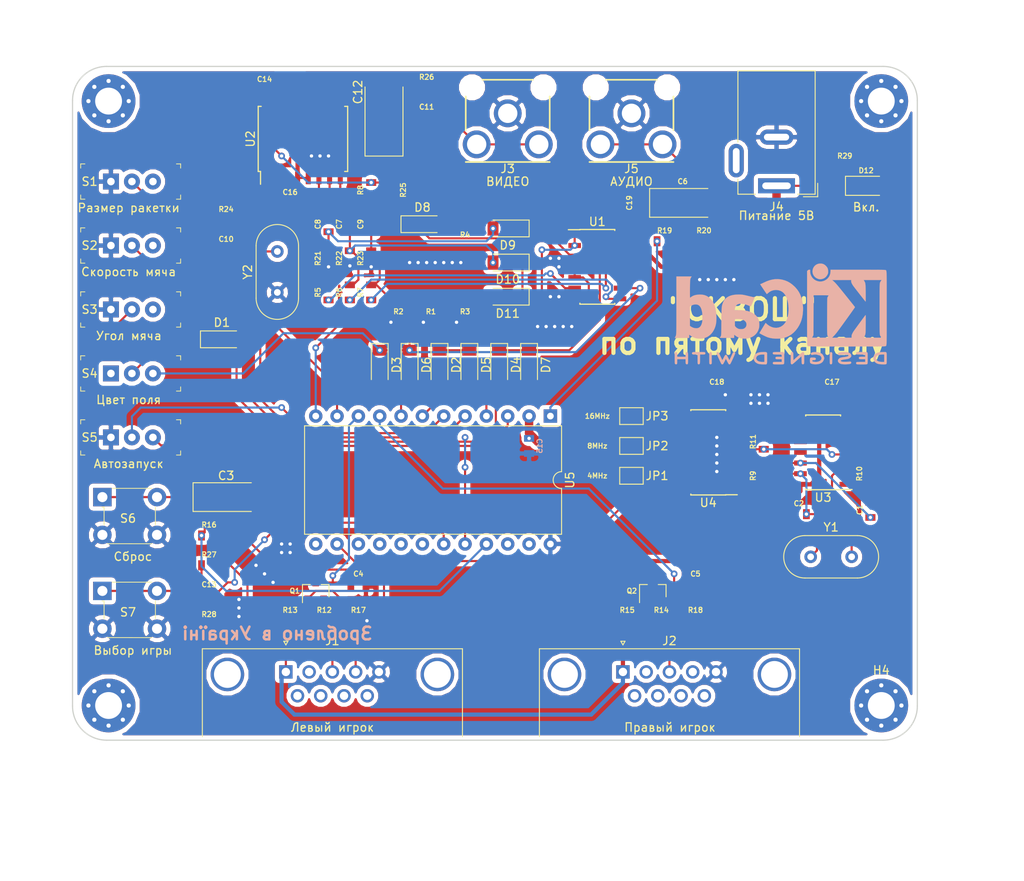
<source format=kicad_pcb>
(kicad_pcb (version 20171130) (host pcbnew 5.0.2-bee76a0~70~ubuntu18.04.1)
  (layers (0 F.Cu signal) (31 B.Cu signal) (34 B.Paste user) (35 F.Paste user) (36 B.SilkS user) (37 F.SilkS user) (38 B.Mask user) (39 F.Mask user) (44 Edge.Cuts user))
  (net 0 "")
  (net 1 "Net-(D1-Pad2)")
  (net 2 "Net-(U2-Pad9)")
  (net 3 "Net-(U2-Pad11)")
  (net 4 "Net-(U1-Pad1)")
  (net 5 +5V)
  (net 6 GND)
  (net 7 "Net-(J1-Pad2)")
  (net 8 "Net-(J1-Pad3)")
  (net 9 "Net-(J1-Pad6)")
  (net 10 "Net-(J1-Pad7)")
  (net 11 "Net-(J1-Pad8)")
  (net 12 "Net-(J1-Pad9)")
  (net 13 "Net-(J2-Pad9)")
  (net 14 "Net-(J2-Pad8)")
  (net 15 "Net-(J2-Pad7)")
  (net 16 "Net-(J2-Pad6)")
  (net 17 "Net-(J2-Pad4)")
  (net 18 "Net-(J2-Pad3)")
  (net 19 "Net-(J2-Pad2)")
  (net 20 "Net-(J3-PadPIN)")
  (net 21 "Net-(R7-Pad1)")
  (net 22 "Net-(R6-Pad1)")
  (net 23 "Net-(R5-Pad1)")
  (net 24 "Net-(D8-Pad2)")
  (net 25 "Net-(R4-Pad1)")
  (net 26 "Net-(D4-Pad1)")
  (net 27 "Net-(D2-Pad1)")
  (net 28 "Net-(D10-Pad1)")
  (net 29 "Net-(U4-Pad11)")
  (net 30 "Net-(U4-Pad15)")
  (net 31 "Net-(C1-Pad1)")
  (net 32 "Net-(R10-Pad2)")
  (net 33 "Net-(C1-Pad2)")
  (net 34 "Net-(R11-Pad1)")
  (net 35 "Net-(JP3-Pad1)")
  (net 36 "Net-(JP2-Pad1)")
  (net 37 "Net-(JP1-Pad1)")
  (net 38 "Net-(S1-Pad3)")
  (net 39 "Net-(Q1-Pad2)")
  (net 40 "Net-(C7-Pad1)")
  (net 41 "Net-(C9-Pad1)")
  (net 42 "Net-(C10-Pad2)")
  (net 43 "Net-(R25-Pad1)")
  (net 44 "Net-(C11-Pad2)")
  (net 45 "Net-(Q2-Pad1)")
  (net 46 "Net-(Q2-Pad2)")
  (net 47 "Net-(Q1-Pad1)")
  (net 48 "Net-(C2-Pad2)")
  (net 49 "Net-(C8-Pad1)")
  (net 50 "Net-(C6-Pad1)")
  (net 51 "Net-(C6-Pad2)")
  (net 52 PL)
  (net 53 PR)
  (net 54 "Net-(C8-Pad2)")
  (net 55 "Net-(C7-Pad2)")
  (net 56 "Net-(C9-Pad2)")
  (net 57 "Net-(C11-Pad1)")
  (net 58 F2MHZ)
  (net 59 E_PL)
  (net 60 RESET)
  (net 61 GAME_SEL)
  (net 62 "Net-(S4-Pad1)")
  (net 63 FS1)
  (net 64 FS2)
  (net 65 "Net-(S3-Pad3)")
  (net 66 BA)
  (net 67 BS)
  (net 68 "Net-(S2-Pad3)")
  (net 69 PS)
  (net 70 RUN)
  (net 71 "Net-(C13-Pad2)")
  (net 72 "Net-(R19-Pad1)")
  (net 73 "Net-(U5-Pad13)")
  (net 74 "Net-(U5-Pad15)")
  (net 75 "Net-(D5-Pad2)")
  (net 76 "Net-(D2-Pad2)")
  (net 77 "Net-(D3-Pad2)")
  (net 78 "Net-(U5-Pad22)")
  (net 79 "Net-(U5-Pad23)")
  (net 80 "Net-(D12-Pad2)")
  (module LED_SMD:LED_1206_3216Metric_Pad1.42x1.75mm_HandSolder (layer F.Cu) (at 203.2 68.072)
    (fp_text reference D12 (at 0 -1.82) (layer F.SilkS) (effects (font (size 0.6096 0.6096) (thickness 0.127))))
    (fp_text value Вкл. (at 0 2.54) (layer F.SilkS))
    (pad 1 smd roundrect (at -1.4875 0) (size 1.425 1.75) (layers F.Cu F.Paste F.Mask) (roundrect_rratio 0.175439) (net 6 GND))
    (pad 2 smd roundrect (at 1.4875 0) (size 1.425 1.75) (layers F.Cu F.Paste F.Mask) (roundrect_rratio 0.175439) (net 80 "Net-(D12-Pad2)"))
  )
  (module Resistors:0805 (layer F.Cu) (at 203.2 64.516 180)
    (fp_text reference R29 (at 2.54 0 180) (layer F.SilkS) (effects (font (size 0.6096 0.6096) (thickness 0.127))))
    (fp_text value 680)
    (pad 1 smd rect (at -0.89916 0 180) (size 0.79756 1.19888) (layers F.Cu F.Paste F.Mask) (net 80 "Net-(D12-Pad2)"))
    (pad 2 smd rect (at 0.89916 0 180) (size 0.79756 1.19888) (layers F.Cu F.Paste F.Mask) (net 5 +5V))
  )
  (module MountingHole:MountingHole_3.2mm_M3_Pad_Via (layer F.Cu) (at 113.0046 129.98196)
    (fp_text reference H3)
    (fp_text value MountingHole)
    (pad 1 thru_hole circle (at 1.697056 -1.697056) (size 0.8 0.8) (drill 0.5) (layers *.Cu *.Mask))
    (pad 1 thru_hole circle (at 0 -2.4) (size 0.8 0.8) (drill 0.5) (layers *.Cu *.Mask))
    (pad 1 thru_hole circle (at -1.697056 -1.697056) (size 0.8 0.8) (drill 0.5) (layers *.Cu *.Mask))
    (pad 1 thru_hole circle (at -2.4 0) (size 0.8 0.8) (drill 0.5) (layers *.Cu *.Mask))
    (pad 1 thru_hole circle (at -1.697056 1.697056) (size 0.8 0.8) (drill 0.5) (layers *.Cu *.Mask))
    (pad 1 thru_hole circle (at 0 2.4) (size 0.8 0.8) (drill 0.5) (layers *.Cu *.Mask))
    (pad 1 thru_hole circle (at 1.697056 1.697056) (size 0.8 0.8) (drill 0.5) (layers *.Cu *.Mask))
    (pad 1 thru_hole circle (at 2.4 0) (size 0.8 0.8) (drill 0.5) (layers *.Cu *.Mask))
    (pad 1 thru_hole circle (at 0 0) (size 6.4 6.4) (drill 3.2) (layers *.Cu *.Mask))
  )
  (module MountingHole:MountingHole_3.2mm_M3_Pad_Via (layer F.Cu) (at 205.0034 57.98058)
    (fp_text reference H2)
    (fp_text value MountingHole)
    (pad 1 thru_hole circle (at 0 0) (size 6.4 6.4) (drill 3.2) (layers *.Cu *.Mask))
    (pad 1 thru_hole circle (at 2.4 0) (size 0.8 0.8) (drill 0.5) (layers *.Cu *.Mask))
    (pad 1 thru_hole circle (at 1.697056 1.697056) (size 0.8 0.8) (drill 0.5) (layers *.Cu *.Mask))
    (pad 1 thru_hole circle (at 0 2.4) (size 0.8 0.8) (drill 0.5) (layers *.Cu *.Mask))
    (pad 1 thru_hole circle (at -1.697056 1.697056) (size 0.8 0.8) (drill 0.5) (layers *.Cu *.Mask))
    (pad 1 thru_hole circle (at -2.4 0) (size 0.8 0.8) (drill 0.5) (layers *.Cu *.Mask))
    (pad 1 thru_hole circle (at -1.697056 -1.697056) (size 0.8 0.8) (drill 0.5) (layers *.Cu *.Mask))
    (pad 1 thru_hole circle (at 0 -2.4) (size 0.8 0.8) (drill 0.5) (layers *.Cu *.Mask))
    (pad 1 thru_hole circle (at 1.697056 -1.697056) (size 0.8 0.8) (drill 0.5) (layers *.Cu *.Mask))
  )
  (module MountingHole:MountingHole_3.2mm_M3_Pad_Via (layer F.Cu) (at 205.0034 129.98196)
    (fp_text reference H4 (at 0 -4.2) (layer F.SilkS))
    (fp_text value MountingHole)
    (pad 1 thru_hole circle (at 1.697056 -1.697056) (size 0.8 0.8) (drill 0.5) (layers *.Cu *.Mask))
    (pad 1 thru_hole circle (at 0 -2.4) (size 0.8 0.8) (drill 0.5) (layers *.Cu *.Mask))
    (pad 1 thru_hole circle (at -1.697056 -1.697056) (size 0.8 0.8) (drill 0.5) (layers *.Cu *.Mask))
    (pad 1 thru_hole circle (at -2.4 0) (size 0.8 0.8) (drill 0.5) (layers *.Cu *.Mask))
    (pad 1 thru_hole circle (at -1.697056 1.697056) (size 0.8 0.8) (drill 0.5) (layers *.Cu *.Mask))
    (pad 1 thru_hole circle (at 0 2.4) (size 0.8 0.8) (drill 0.5) (layers *.Cu *.Mask))
    (pad 1 thru_hole circle (at 1.697056 1.697056) (size 0.8 0.8) (drill 0.5) (layers *.Cu *.Mask))
    (pad 1 thru_hole circle (at 2.4 0) (size 0.8 0.8) (drill 0.5) (layers *.Cu *.Mask))
    (pad 1 thru_hole circle (at 0 0) (size 6.4 6.4) (drill 3.2) (layers *.Cu *.Mask))
  )
  (module MountingHole:MountingHole_3.2mm_M3_Pad_Via (layer F.Cu) (at 113.0046 57.98058)
    (fp_text reference H1)
    (fp_text value MountingHole)
    (pad 1 thru_hole circle (at 0 0) (size 6.4 6.4) (drill 3.2) (layers *.Cu *.Mask))
    (pad 1 thru_hole circle (at 2.4 0) (size 0.8 0.8) (drill 0.5) (layers *.Cu *.Mask))
    (pad 1 thru_hole circle (at 1.697056 1.697056) (size 0.8 0.8) (drill 0.5) (layers *.Cu *.Mask))
    (pad 1 thru_hole circle (at 0 2.4) (size 0.8 0.8) (drill 0.5) (layers *.Cu *.Mask))
    (pad 1 thru_hole circle (at -1.697056 1.697056) (size 0.8 0.8) (drill 0.5) (layers *.Cu *.Mask))
    (pad 1 thru_hole circle (at -2.4 0) (size 0.8 0.8) (drill 0.5) (layers *.Cu *.Mask))
    (pad 1 thru_hole circle (at -1.697056 -1.697056) (size 0.8 0.8) (drill 0.5) (layers *.Cu *.Mask))
    (pad 1 thru_hole circle (at 0 -2.4) (size 0.8 0.8) (drill 0.5) (layers *.Cu *.Mask))
    (pad 1 thru_hole circle (at 1.697056 -1.697056) (size 0.8 0.8) (drill 0.5) (layers *.Cu *.Mask))
  )
  (module Diode_SMD:D_MiniMELF (layer F.Cu) (at 150.368 72.644)
    (fp_text reference D8 (at 0 -2) (layer F.SilkS))
    (fp_text value LL4148)
    (pad 1 smd rect (at -1.75 0) (size 1.3 1.7) (layers F.Cu F.Paste F.Mask) (net 28 "Net-(D10-Pad1)"))
    (pad 2 smd rect (at 1.75 0) (size 1.3 1.7) (layers F.Cu F.Paste F.Mask) (net 24 "Net-(D8-Pad2)"))
  )
  (module Diode_SMD:D_MiniMELF (layer F.Cu) (at 148.844 89.408 270)
    (fp_text reference D6 (at 0 -2 270) (layer F.SilkS))
    (fp_text value LL4148)
    (pad 2 smd rect (at 1.75 0 270) (size 1.3 1.7) (layers F.Cu F.Paste F.Mask) (net 75 "Net-(D5-Pad2)"))
    (pad 1 smd rect (at -1.75 0 270) (size 1.3 1.7) (layers F.Cu F.Paste F.Mask) (net 64 FS2))
  )
  (module Diode_SMD:D_MiniMELF (layer F.Cu) (at 160.528 81.28 180)
    (fp_text reference D11 (at 0 -2 180) (layer F.SilkS))
    (fp_text value LL4148)
    (pad 1 smd rect (at -1.75 0 180) (size 1.3 1.7) (layers F.Cu F.Paste F.Mask) (net 28 "Net-(D10-Pad1)"))
    (pad 2 smd rect (at 1.75 0 180) (size 1.3 1.7) (layers F.Cu F.Paste F.Mask) (net 41 "Net-(C9-Pad1)"))
  )
  (module Diode_SMD:D_MiniMELF (layer F.Cu) (at 160.528 77.216 180)
    (fp_text reference D10 (at 0 -2 180) (layer F.SilkS))
    (fp_text value LL4148)
    (pad 2 smd rect (at 1.75 0 180) (size 1.3 1.7) (layers F.Cu F.Paste F.Mask) (net 40 "Net-(C7-Pad1)"))
    (pad 1 smd rect (at -1.75 0 180) (size 1.3 1.7) (layers F.Cu F.Paste F.Mask) (net 28 "Net-(D10-Pad1)"))
  )
  (module Diode_SMD:D_MiniMELF (layer F.Cu) (at 160.528 73.152 180)
    (fp_text reference D9 (at 0 -2 180) (layer F.SilkS))
    (fp_text value LL4148)
    (pad 1 smd rect (at -1.75 0 180) (size 1.3 1.7) (layers F.Cu F.Paste F.Mask) (net 28 "Net-(D10-Pad1)"))
    (pad 2 smd rect (at 1.75 0 180) (size 1.3 1.7) (layers F.Cu F.Paste F.Mask) (net 49 "Net-(C8-Pad1)"))
  )
  (module Diode_SMD:D_MiniMELF (layer F.Cu) (at 163.068 89.408 270)
    (fp_text reference D7 (at 0 -2 270) (layer F.SilkS))
    (fp_text value LL4148)
    (pad 2 smd rect (at 1.75 0 270) (size 1.3 1.7) (layers F.Cu F.Paste F.Mask) (net 75 "Net-(D5-Pad2)"))
    (pad 1 smd rect (at -1.75 0 270) (size 1.3 1.7) (layers F.Cu F.Paste F.Mask) (net 26 "Net-(D4-Pad1)"))
  )
  (module Diode_SMD:D_MiniMELF (layer F.Cu) (at 155.956 89.408 270)
    (fp_text reference D5 (at 0 -2 270) (layer F.SilkS))
    (fp_text value LL4148)
    (pad 1 smd rect (at -1.75 0 270) (size 1.3 1.7) (layers F.Cu F.Paste F.Mask) (net 27 "Net-(D2-Pad1)"))
    (pad 2 smd rect (at 1.75 0 270) (size 1.3 1.7) (layers F.Cu F.Paste F.Mask) (net 75 "Net-(D5-Pad2)"))
  )
  (module Diode_SMD:D_MiniMELF (layer F.Cu) (at 159.512 89.408 270)
    (fp_text reference D4 (at 0 -2 270) (layer F.SilkS))
    (fp_text value LL4148)
    (pad 2 smd rect (at 1.75 0 270) (size 1.3 1.7) (layers F.Cu F.Paste F.Mask) (net 1 "Net-(D1-Pad2)"))
    (pad 1 smd rect (at -1.75 0 270) (size 1.3 1.7) (layers F.Cu F.Paste F.Mask) (net 26 "Net-(D4-Pad1)"))
  )
  (module Diode_SMD:D_MiniMELF (layer F.Cu) (at 145.288 89.408 270)
    (fp_text reference D3 (at 0 -2 270) (layer F.SilkS))
    (fp_text value LL4148)
    (pad 1 smd rect (at -1.75 0 270) (size 1.3 1.7) (layers F.Cu F.Paste F.Mask) (net 64 FS2))
    (pad 2 smd rect (at 1.75 0 270) (size 1.3 1.7) (layers F.Cu F.Paste F.Mask) (net 77 "Net-(D3-Pad2)"))
  )
  (module Diode_SMD:D_MiniMELF (layer F.Cu) (at 152.4 89.408 270)
    (fp_text reference D2 (at 0 -2 270) (layer F.SilkS))
    (fp_text value LL4148)
    (pad 2 smd rect (at 1.75 0 270) (size 1.3 1.7) (layers F.Cu F.Paste F.Mask) (net 76 "Net-(D2-Pad2)"))
    (pad 1 smd rect (at -1.75 0 270) (size 1.3 1.7) (layers F.Cu F.Paste F.Mask) (net 27 "Net-(D2-Pad1)"))
  )
  (module Diode_SMD:D_MiniMELF (layer F.Cu) (at 126.492 86.36)
    (fp_text reference D1 (at 0 -2) (layer F.SilkS))
    (fp_text value LL4148)
    (pad 1 smd rect (at -1.75 0) (size 1.3 1.7) (layers F.Cu F.Paste F.Mask) (net 63 FS1))
    (pad 2 smd rect (at 1.75 0) (size 1.3 1.7) (layers F.Cu F.Paste F.Mask) (net 1 "Net-(D1-Pad2)"))
  )
  (module Package_DIP:DIP-24_W15.24mm (layer F.Cu) (at 165.608 95.504 270)
    (fp_text reference U5 (at 7.62 -2.33 270) (layer F.SilkS))
    (fp_text value K145IK17)
    (pad 1 thru_hole rect (at 0 0 270) (size 1.6 1.6) (drill 0.8) (layers *.Cu *.Mask) (net 72 "Net-(R19-Pad1)"))
    (pad 13 thru_hole oval (at 15.24 27.94 270) (size 1.6 1.6) (drill 0.8) (layers *.Cu *.Mask) (net 73 "Net-(U5-Pad13)"))
    (pad 2 thru_hole oval (at 0 2.54 270) (size 1.6 1.6) (drill 0.8) (layers *.Cu *.Mask) (net 5 +5V))
    (pad 14 thru_hole oval (at 15.24 25.4 270) (size 1.6 1.6) (drill 0.8) (layers *.Cu *.Mask) (net 58 F2MHZ))
    (pad 3 thru_hole oval (at 0 5.08 270) (size 1.6 1.6) (drill 0.8) (layers *.Cu *.Mask) (net 66 BA))
    (pad 15 thru_hole oval (at 15.24 22.86 270) (size 1.6 1.6) (drill 0.8) (layers *.Cu *.Mask) (net 74 "Net-(U5-Pad15)"))
    (pad 4 thru_hole oval (at 0 7.62 270) (size 1.6 1.6) (drill 0.8) (layers *.Cu *.Mask) (net 75 "Net-(D5-Pad2)"))
    (pad 16 thru_hole oval (at 15.24 20.32 270) (size 1.6 1.6) (drill 0.8) (layers *.Cu *.Mask))
    (pad 5 thru_hole oval (at 0 10.16 270) (size 1.6 1.6) (drill 0.8) (layers *.Cu *.Mask) (net 67 BS))
    (pad 17 thru_hole oval (at 15.24 17.78 270) (size 1.6 1.6) (drill 0.8) (layers *.Cu *.Mask))
    (pad 6 thru_hole oval (at 0 12.7 270) (size 1.6 1.6) (drill 0.8) (layers *.Cu *.Mask) (net 70 RUN))
    (pad 18 thru_hole oval (at 15.24 15.24 270) (size 1.6 1.6) (drill 0.8) (layers *.Cu *.Mask))
    (pad 7 thru_hole oval (at 0 15.24 270) (size 1.6 1.6) (drill 0.8) (layers *.Cu *.Mask) (net 76 "Net-(D2-Pad2)"))
    (pad 19 thru_hole oval (at 15.24 12.7 270) (size 1.6 1.6) (drill 0.8) (layers *.Cu *.Mask) (net 71 "Net-(C13-Pad2)"))
    (pad 8 thru_hole oval (at 0 17.78 270) (size 1.6 1.6) (drill 0.8) (layers *.Cu *.Mask) (net 77 "Net-(D3-Pad2)"))
    (pad 20 thru_hole oval (at 15.24 10.16 270) (size 1.6 1.6) (drill 0.8) (layers *.Cu *.Mask) (net 1 "Net-(D1-Pad2)"))
    (pad 9 thru_hole oval (at 0 20.32 270) (size 1.6 1.6) (drill 0.8) (layers *.Cu *.Mask) (net 53 PR))
    (pad 21 thru_hole oval (at 15.24 7.62 270) (size 1.6 1.6) (drill 0.8) (layers *.Cu *.Mask) (net 60 RESET))
    (pad 10 thru_hole oval (at 0 22.86 270) (size 1.6 1.6) (drill 0.8) (layers *.Cu *.Mask) (net 52 PL))
    (pad 22 thru_hole oval (at 15.24 5.08 270) (size 1.6 1.6) (drill 0.8) (layers *.Cu *.Mask) (net 78 "Net-(U5-Pad22)"))
    (pad 11 thru_hole oval (at 0 25.4 270) (size 1.6 1.6) (drill 0.8) (layers *.Cu *.Mask) (net 69 PS))
    (pad 23 thru_hole oval (at 15.24 2.54 270) (size 1.6 1.6) (drill 0.8) (layers *.Cu *.Mask) (net 79 "Net-(U5-Pad23)"))
    (pad 12 thru_hole oval (at 0 27.94 270) (size 1.6 1.6) (drill 0.8) (layers *.Cu *.Mask) (net 4 "Net-(U1-Pad1)"))
    (pad 24 thru_hole oval (at 15.24 0 270) (size 1.6 1.6) (drill 0.8) (layers *.Cu *.Mask) (net 6 GND))
  )
  (module Capacitors:0805 (layer F.Cu) (at 124.968 116.84)
    (fp_text reference C13 (at 0 -1.27) (layer F.SilkS) (effects (font (size 0.6096 0.6096) (thickness 0.127))))
    (fp_text value 10nF)
    (pad 1 smd rect (at -0.89916 0) (size 0.79756 1.19888) (layers F.Cu F.Paste F.Mask) (net 61 GAME_SEL))
    (pad 2 smd rect (at 0.89916 0) (size 0.79756 1.19888) (layers F.Cu F.Paste F.Mask) (net 71 "Net-(C13-Pad2)"))
  )
  (module Capacitors:0805 (layer F.Cu) (at 134.62 55.372 180)
    (fp_text reference C14 (at 3.048 0 180) (layer F.SilkS) (effects (font (size 0.6096 0.6096) (thickness 0.127))))
    (fp_text value 100nF)
    (pad 2 smd rect (at 0.89916 0 180) (size 0.79756 1.19888) (layers F.Cu F.Paste F.Mask) (net 5 +5V))
    (pad 1 smd rect (at -0.89916 0 180) (size 0.79756 1.19888) (layers F.Cu F.Paste F.Mask) (net 6 GND))
  )
  (module Capacitors:0805 (layer B.Cu) (at 163.068 99.06 90)
    (fp_text reference C15 (at 0 1.27 90) (layer B.SilkS) (effects (font (size 0.6096 0.6096) (thickness 0.127)) (justify mirror)))
    (fp_text value 100nF)
    (pad 1 smd rect (at -0.89916 0 90) (size 0.79756 1.19888) (layers B.Cu B.Paste B.Mask) (net 6 GND))
    (pad 2 smd rect (at 0.89916 0 90) (size 0.79756 1.19888) (layers B.Cu B.Paste B.Mask) (net 5 +5V))
  )
  (module Capacitors:0805 (layer F.Cu) (at 134.62 70.104)
    (fp_text reference C16 (at 0 -1.27) (layer F.SilkS) (effects (font (size 0.6096 0.6096) (thickness 0.127))))
    (fp_text value 100nF)
    (pad 2 smd rect (at 0.89916 0) (size 0.79756 1.19888) (layers F.Cu F.Paste F.Mask) (net 5 +5V))
    (pad 1 smd rect (at -0.89916 0) (size 0.79756 1.19888) (layers F.Cu F.Paste F.Mask) (net 6 GND))
  )
  (module Capacitors:0805 (layer F.Cu) (at 199.136 92.964 180)
    (fp_text reference C17 (at 0 1.524 180) (layer F.SilkS) (effects (font (size 0.6096 0.6096) (thickness 0.127))))
    (fp_text value 100nF)
    (pad 1 smd rect (at -0.89916 0 180) (size 0.79756 1.19888) (layers F.Cu F.Paste F.Mask) (net 6 GND))
    (pad 2 smd rect (at 0.89916 0 180) (size 0.79756 1.19888) (layers F.Cu F.Paste F.Mask) (net 5 +5V))
  )
  (module Capacitors:0805 (layer F.Cu) (at 185.42 92.964 180)
    (fp_text reference C18 (at 0 1.524 180) (layer F.SilkS) (effects (font (size 0.6096 0.6096) (thickness 0.127))))
    (fp_text value 100nF)
    (pad 2 smd rect (at 0.89916 0 180) (size 0.79756 1.19888) (layers F.Cu F.Paste F.Mask) (net 5 +5V))
    (pad 1 smd rect (at -0.89916 0 180) (size 0.79756 1.19888) (layers F.Cu F.Paste F.Mask) (net 6 GND))
  )
  (module Capacitors:0805 (layer F.Cu) (at 173.736 70.104 270)
    (fp_text reference C19 (at 0 -1.27 270) (layer F.SilkS) (effects (font (size 0.6096 0.6096) (thickness 0.127))))
    (fp_text value 100nF)
    (pad 1 smd rect (at -0.89916 0 270) (size 0.79756 1.19888) (layers F.Cu F.Paste F.Mask) (net 6 GND))
    (pad 2 smd rect (at 0.89916 0 270) (size 0.79756 1.19888) (layers F.Cu F.Paste F.Mask) (net 5 +5V))
  )
  (module Resistors:0805 (layer F.Cu) (at 124.968 113.284)
    (fp_text reference R27 (at 0 -1.27) (layer F.SilkS) (effects (font (size 0.6096 0.6096) (thickness 0.127))))
    (fp_text value 1M1)
    (pad 2 smd rect (at 0.89916 0) (size 0.79756 1.19888) (layers F.Cu F.Paste F.Mask) (net 5 +5V))
    (pad 1 smd rect (at -0.89916 0) (size 0.79756 1.19888) (layers F.Cu F.Paste F.Mask) (net 61 GAME_SEL))
  )
  (module Resistors:0805 (layer F.Cu) (at 124.968 120.396)
    (fp_text reference R28 (at 0 -1.27) (layer F.SilkS) (effects (font (size 0.6096 0.6096) (thickness 0.127))))
    (fp_text value 560)
    (pad 1 smd rect (at -0.89916 0) (size 0.79756 1.19888) (layers F.Cu F.Paste F.Mask) (net 71 "Net-(C13-Pad2)"))
    (pad 2 smd rect (at 0.89916 0) (size 0.79756 1.19888) (layers F.Cu F.Paste F.Mask) (net 5 +5V))
  )
  (module digikey-footprints:Switch_Slide_11.6x4mm_EG1218 (layer F.Cu) (at 113.284 98.044)
    (fp_text reference S5 (at -2.54 0) (layer F.SilkS))
    (fp_text value Автозапуск (at 2.11 3.14) (layer F.SilkS))
    (pad 3 thru_hole circle (at 5 0) (size 1.9 1.9) (drill 0.9) (layers *.Cu *.Mask) (net 59 E_PL))
    (pad 2 thru_hole circle (at 2.5 0) (size 1.9 1.9) (drill 0.9) (layers *.Cu *.Mask) (net 70 RUN))
    (pad 1 thru_hole rect (at 0 0) (size 1.9 1.9) (drill 0.9) (layers *.Cu *.Mask) (net 6 GND))
  )
  (module digikey-footprints:Switch_Slide_11.6x4mm_EG1218 (layer F.Cu) (at 113.284 75.184)
    (fp_text reference S2 (at -2.54 0) (layer F.SilkS))
    (fp_text value "Скорость мяча" (at 2.11 3.14) (layer F.SilkS))
    (pad 1 thru_hole rect (at 0 0) (size 1.9 1.9) (drill 0.9) (layers *.Cu *.Mask) (net 6 GND))
    (pad 2 thru_hole circle (at 2.5 0) (size 1.9 1.9) (drill 0.9) (layers *.Cu *.Mask) (net 67 BS))
    (pad 3 thru_hole circle (at 5 0) (size 1.9 1.9) (drill 0.9) (layers *.Cu *.Mask) (net 68 "Net-(S2-Pad3)"))
  )
  (module digikey-footprints:Switch_Slide_11.6x4mm_EG1218 (layer F.Cu) (at 113.284 82.804)
    (fp_text reference S3 (at -2.54 0) (layer F.SilkS))
    (fp_text value "Угол мяча" (at 2.11 3.14) (layer F.SilkS))
    (pad 3 thru_hole circle (at 5 0) (size 1.9 1.9) (drill 0.9) (layers *.Cu *.Mask) (net 65 "Net-(S3-Pad3)"))
    (pad 2 thru_hole circle (at 2.5 0) (size 1.9 1.9) (drill 0.9) (layers *.Cu *.Mask) (net 66 BA))
    (pad 1 thru_hole rect (at 0 0) (size 1.9 1.9) (drill 0.9) (layers *.Cu *.Mask) (net 6 GND))
  )
  (module digikey-footprints:Switch_Slide_11.6x4mm_EG1218 (layer F.Cu) (at 113.284 90.424)
    (fp_text reference S4 (at -2.54 0) (layer F.SilkS))
    (fp_text value "Цвет поля" (at 2.11 3.14) (layer F.SilkS))
    (pad 1 thru_hole rect (at 0 0) (size 1.9 1.9) (drill 0.9) (layers *.Cu *.Mask) (net 62 "Net-(S4-Pad1)"))
    (pad 2 thru_hole circle (at 2.5 0) (size 1.9 1.9) (drill 0.9) (layers *.Cu *.Mask) (net 63 FS1))
    (pad 3 thru_hole circle (at 5 0) (size 1.9 1.9) (drill 0.9) (layers *.Cu *.Mask) (net 64 FS2))
  )
  (module digikey-footprints:Switch_Tactile_THT_6x6mm (layer F.Cu) (at 112.268 116.332)
    (fp_text reference S7 (at 3.048 2.54) (layer F.SilkS))
    (fp_text value "Выбор игры" (at 3.6322 7.0866) (layer F.SilkS))
    (pad 3 thru_hole circle (at 0 4.5) (size 2.2 2.2) (drill 1.2) (layers *.Cu *.Mask) (net 6 GND))
    (pad 4 thru_hole circle (at 6.5 4.5) (size 2.2 2.2) (drill 1.2) (layers *.Cu *.Mask) (net 6 GND))
    (pad 2 thru_hole circle (at 6.5 0) (size 2.2 2.2) (drill 1.2) (layers *.Cu *.Mask) (net 61 GAME_SEL))
    (pad 1 thru_hole rect (at 0 0) (size 2.2 2.2) (drill 1.2) (layers *.Cu *.Mask) (net 61 GAME_SEL))
  )
  (module digikey-footprints:Switch_Tactile_THT_6x6mm (layer F.Cu) (at 112.268 105.156)
    (fp_text reference S6 (at 3.048 2.54) (layer F.SilkS))
    (fp_text value Сброс (at 3.6322 7.0866) (layer F.SilkS))
    (pad 1 thru_hole rect (at 0 0) (size 2.2 2.2) (drill 1.2) (layers *.Cu *.Mask) (net 60 RESET))
    (pad 2 thru_hole circle (at 6.5 0) (size 2.2 2.2) (drill 1.2) (layers *.Cu *.Mask) (net 60 RESET))
    (pad 4 thru_hole circle (at 6.5 4.5) (size 2.2 2.2) (drill 1.2) (layers *.Cu *.Mask) (net 6 GND))
    (pad 3 thru_hole circle (at 0 4.5) (size 2.2 2.2) (drill 1.2) (layers *.Cu *.Mask) (net 6 GND))
  )
  (module Capacitor_Tantalum_SMD:CP_EIA-6032-28_Kemet-C_Pad2.25x2.35mm_HandSolder (layer F.Cu) (at 127 105.156)
    (fp_text reference C3 (at 0 -2.55) (layer F.SilkS))
    (fp_text value 20uF)
    (pad 2 smd roundrect (at 2.55 0) (size 2.25 2.35) (layers F.Cu F.Paste F.Mask) (roundrect_rratio 0.111111) (net 6 GND))
    (pad 1 smd roundrect (at -2.55 0) (size 2.25 2.35) (layers F.Cu F.Paste F.Mask) (roundrect_rratio 0.111111) (net 60 RESET))
  )
  (module Capacitor_Tantalum_SMD:CP_EIA-6032-28_Kemet-C_Pad2.25x2.35mm_HandSolder (layer F.Cu) (at 181.356 70.104)
    (fp_text reference C6 (at 0 -2.55) (layer F.SilkS) (effects (font (size 0.6096 0.6096) (thickness 0.127))))
    (fp_text value 10uF)
    (pad 1 smd roundrect (at -2.55 0) (size 2.25 2.35) (layers F.Cu F.Paste F.Mask) (roundrect_rratio 0.111111) (net 50 "Net-(C6-Pad1)"))
    (pad 2 smd roundrect (at 2.55 0) (size 2.25 2.35) (layers F.Cu F.Paste F.Mask) (roundrect_rratio 0.111111) (net 51 "Net-(C6-Pad2)"))
  )
  (module Capacitor_Tantalum_SMD:CP_EIA-7343-31_Kemet-D_Pad2.25x2.55mm_HandSolder (layer F.Cu) (at 145.796 59.944 90)
    (fp_text reference C12 (at 3.048 -3.1 90) (layer F.SilkS))
    (fp_text value 220uF)
    (pad 1 smd roundrect (at -3.2 0 90) (size 2.25 2.55) (layers F.Cu F.Paste F.Mask) (roundrect_rratio 0.111111) (net 57 "Net-(C11-Pad1)"))
    (pad 2 smd roundrect (at 3.2 0 90) (size 2.25 2.55) (layers F.Cu F.Paste F.Mask) (roundrect_rratio 0.111111) (net 44 "Net-(C11-Pad2)"))
  )
  (module Capacitors:0805 (layer F.Cu) (at 150.876 59.944)
    (fp_text reference C11 (at 0 -1.27) (layer F.SilkS) (effects (font (size 0.6096 0.6096) (thickness 0.127))))
    (fp_text value 100nF)
    (pad 2 smd rect (at 0.89916 0) (size 0.79756 1.19888) (layers F.Cu F.Paste F.Mask) (net 44 "Net-(C11-Pad2)"))
    (pad 1 smd rect (at -0.89916 0) (size 0.79756 1.19888) (layers F.Cu F.Paste F.Mask) (net 57 "Net-(C11-Pad1)"))
  )
  (module Capacitors:0805 (layer F.Cu) (at 127 75.692)
    (fp_text reference C10 (at 0 -1.27) (layer F.SilkS) (effects (font (size 0.6096 0.6096) (thickness 0.127))))
    (fp_text value 10pF)
    (pad 1 smd rect (at -0.89916 0) (size 0.79756 1.19888) (layers F.Cu F.Paste F.Mask) (net 6 GND))
    (pad 2 smd rect (at 0.89916 0) (size 0.79756 1.19888) (layers F.Cu F.Paste F.Mask) (net 42 "Net-(C10-Pad2)"))
  )
  (module Capacitors:0805 (layer F.Cu) (at 144.272 72.644 90)
    (fp_text reference C9 (at 0 -1.27 90) (layer F.SilkS) (effects (font (size 0.6096 0.6096) (thickness 0.127))))
    (fp_text value 100nF)
    (pad 2 smd rect (at 0.89916 0 90) (size 0.79756 1.19888) (layers F.Cu F.Paste F.Mask) (net 56 "Net-(C9-Pad2)"))
    (pad 1 smd rect (at -0.89916 0 90) (size 0.79756 1.19888) (layers F.Cu F.Paste F.Mask) (net 41 "Net-(C9-Pad1)"))
  )
  (module Capacitors:0805 (layer F.Cu) (at 139.192 72.644 90)
    (fp_text reference C8 (at 0 -1.27 90) (layer F.SilkS) (effects (font (size 0.6096 0.6096) (thickness 0.127))))
    (fp_text value 100nF)
    (pad 1 smd rect (at -0.89916 0 90) (size 0.79756 1.19888) (layers F.Cu F.Paste F.Mask) (net 49 "Net-(C8-Pad1)"))
    (pad 2 smd rect (at 0.89916 0 90) (size 0.79756 1.19888) (layers F.Cu F.Paste F.Mask) (net 54 "Net-(C8-Pad2)"))
  )
  (module Capacitors:0805 (layer F.Cu) (at 141.732 72.644 90)
    (fp_text reference C7 (at 0 -1.27 90) (layer F.SilkS) (effects (font (size 0.6096 0.6096) (thickness 0.127))))
    (fp_text value 100nF)
    (pad 2 smd rect (at 0.89916 0 90) (size 0.79756 1.19888) (layers F.Cu F.Paste F.Mask) (net 55 "Net-(C7-Pad2)"))
    (pad 1 smd rect (at -0.89916 0 90) (size 0.79756 1.19888) (layers F.Cu F.Paste F.Mask) (net 40 "Net-(C7-Pad1)"))
  )
  (module Capacitors:0805 (layer F.Cu) (at 182.88 115.824 180)
    (fp_text reference C5 (at 0 1.524 180) (layer F.SilkS) (effects (font (size 0.6096 0.6096) (thickness 0.127))))
    (fp_text value 100nF)
    (pad 1 smd rect (at -0.89916 0 180) (size 0.79756 1.19888) (layers F.Cu F.Paste F.Mask) (net 6 GND))
    (pad 2 smd rect (at 0.89916 0 180) (size 0.79756 1.19888) (layers F.Cu F.Paste F.Mask) (net 53 PR))
  )
  (module Capacitors:0805 (layer F.Cu) (at 142.748 115.824 180)
    (fp_text reference C4 (at 0 1.524 180) (layer F.SilkS) (effects (font (size 0.6096 0.6096) (thickness 0.127))))
    (fp_text value 100nF)
    (pad 2 smd rect (at 0.89916 0 180) (size 0.79756 1.19888) (layers F.Cu F.Paste F.Mask) (net 52 PL))
    (pad 1 smd rect (at -0.89916 0 180) (size 0.79756 1.19888) (layers F.Cu F.Paste F.Mask) (net 6 GND))
  )
  (module Capacitors:0805 (layer F.Cu) (at 195.18884 107.188)
    (fp_text reference C2 (at 0 -1.27) (layer F.SilkS) (effects (font (size 0.6096 0.6096) (thickness 0.127))))
    (fp_text value 22pF*)
    (pad 1 smd rect (at -0.89916 0) (size 0.79756 1.19888) (layers F.Cu F.Paste F.Mask) (net 6 GND))
    (pad 2 smd rect (at 0.89916 0) (size 0.79756 1.19888) (layers F.Cu F.Paste F.Mask) (net 48 "Net-(C2-Pad2)"))
  )
  (module Crystal:Crystal_HC49-U_Vertical (layer F.Cu) (at 133.096 80.772 90)
    (fp_text reference Y2 (at 2.44 -3.525 90) (layer F.SilkS))
    (fp_text value 4.43MHz)
    (pad 1 thru_hole circle (at 0 0 90) (size 1.5 1.5) (drill 0.8) (layers *.Cu *.Mask) (net 6 GND))
    (pad 2 thru_hole circle (at 4.88 0 90) (size 1.5 1.5) (drill 0.8) (layers *.Cu *.Mask) (net 42 "Net-(C10-Pad2)"))
  )
  (module Package_TO_SOT_SMD:SOT-23 (layer F.Cu) (at 177.8 116.332 90)
    (fp_text reference Q2 (at 0 -2.5) (layer F.SilkS) (effects (font (size 0.6 0.6) (thickness 0.125))))
    (fp_text value BC856)
    (pad 3 smd rect (at 1 0 90) (size 0.9 0.8) (layers F.Cu F.Paste F.Mask) (net 53 PR))
    (pad 2 smd rect (at -1 0.95 90) (size 0.9 0.8) (layers F.Cu F.Paste F.Mask) (net 46 "Net-(Q2-Pad2)"))
    (pad 1 smd rect (at -1 -0.95 90) (size 0.9 0.8) (layers F.Cu F.Paste F.Mask) (net 45 "Net-(Q2-Pad1)"))
  )
  (module Package_TO_SOT_SMD:SOT-23 (layer F.Cu) (at 137.668 116.332 90)
    (fp_text reference Q1 (at 0 -2.5) (layer F.SilkS) (effects (font (size 0.6 0.6) (thickness 0.12))))
    (fp_text value BC856)
    (pad 1 smd rect (at -1 -0.95 90) (size 0.9 0.8) (layers F.Cu F.Paste F.Mask) (net 47 "Net-(Q1-Pad1)"))
    (pad 2 smd rect (at -1 0.95 90) (size 0.9 0.8) (layers F.Cu F.Paste F.Mask) (net 39 "Net-(Q1-Pad2)"))
    (pad 3 smd rect (at 1 0 90) (size 0.9 0.8) (layers F.Cu F.Paste F.Mask) (net 52 PL))
  )
  (module Resistors:0805 (layer F.Cu) (at 183.896 74.676)
    (fp_text reference R20 (at 0 -1.27) (layer F.SilkS) (effects (font (size 0.6096 0.6096) (thickness 0.127))))
    (fp_text value 10k)
    (pad 1 smd rect (at -0.89916 0) (size 0.79756 1.19888) (layers F.Cu F.Paste F.Mask) (net 6 GND))
    (pad 2 smd rect (at 0.89916 0) (size 0.79756 1.19888) (layers F.Cu F.Paste F.Mask) (net 51 "Net-(C6-Pad2)"))
  )
  (module Resistors:0805 (layer F.Cu) (at 142.748 119.888)
    (fp_text reference R17 (at 0 -1.27) (layer F.SilkS) (effects (font (size 0.6096 0.6096) (thickness 0.127))))
    (fp_text value 4k3)
    (pad 2 smd rect (at 0.89916 0) (size 0.79756 1.19888) (layers F.Cu F.Paste F.Mask) (net 6 GND))
    (pad 1 smd rect (at -0.89916 0) (size 0.79756 1.19888) (layers F.Cu F.Paste F.Mask) (net 47 "Net-(Q1-Pad1)"))
  )
  (module Resistors:0805 (layer F.Cu) (at 179.20716 74.676)
    (fp_text reference R19 (at 0 -1.27) (layer F.SilkS) (effects (font (size 0.6096 0.6096) (thickness 0.127))))
    (fp_text value 5k1)
    (pad 1 smd rect (at -0.89916 0) (size 0.79756 1.19888) (layers F.Cu F.Paste F.Mask) (net 72 "Net-(R19-Pad1)"))
    (pad 2 smd rect (at 0.89916 0) (size 0.79756 1.19888) (layers F.Cu F.Paste F.Mask) (net 50 "Net-(C6-Pad1)"))
  )
  (module Resistors:0805 (layer F.Cu) (at 139.192 76.708 90)
    (fp_text reference R21 (at 0 -1.27 90) (layer F.SilkS) (effects (font (size 0.6096 0.6096) (thickness 0.127))))
    (fp_text value 75)
    (pad 2 smd rect (at 0.89916 0 90) (size 0.79756 1.19888) (layers F.Cu F.Paste F.Mask) (net 49 "Net-(C8-Pad1)"))
    (pad 1 smd rect (at -0.89916 0 90) (size 0.79756 1.19888) (layers F.Cu F.Paste F.Mask) (net 6 GND))
  )
  (module Resistors:0805 (layer F.Cu) (at 182.88 119.888)
    (fp_text reference R18 (at 0 -1.27) (layer F.SilkS) (effects (font (size 0.6096 0.6096) (thickness 0.127))))
    (fp_text value 4k3)
    (pad 1 smd rect (at -0.89916 0) (size 0.79756 1.19888) (layers F.Cu F.Paste F.Mask) (net 45 "Net-(Q2-Pad1)"))
    (pad 2 smd rect (at 0.89916 0) (size 0.79756 1.19888) (layers F.Cu F.Paste F.Mask) (net 6 GND))
  )
  (module Resistors:0805 (layer F.Cu) (at 134.62 119.888)
    (fp_text reference R13 (at 0 -1.27) (layer F.SilkS) (effects (font (size 0.6096 0.6096) (thickness 0.127))))
    (fp_text value 1k2)
    (pad 2 smd rect (at 0.89916 0) (size 0.79756 1.19888) (layers F.Cu F.Paste F.Mask) (net 47 "Net-(Q1-Pad1)"))
    (pad 1 smd rect (at -0.89916 0) (size 0.79756 1.19888) (layers F.Cu F.Paste F.Mask) (net 5 +5V))
  )
  (module Resistors:0805 (layer F.Cu) (at 178.816 119.888)
    (fp_text reference R14 (at 0 -1.27) (layer F.SilkS) (effects (font (size 0.6096 0.6096) (thickness 0.127))))
    (fp_text value 5k1)
    (pad 1 smd rect (at -0.89916 0) (size 0.79756 1.19888) (layers F.Cu F.Paste F.Mask) (net 18 "Net-(J2-Pad3)"))
    (pad 2 smd rect (at 0.89916 0) (size 0.79756 1.19888) (layers F.Cu F.Paste F.Mask) (net 46 "Net-(Q2-Pad2)"))
  )
  (module Resistors:0805 (layer F.Cu) (at 174.752 119.888)
    (fp_text reference R15 (at 0 -1.27) (layer F.SilkS) (effects (font (size 0.6096 0.6096) (thickness 0.127))))
    (fp_text value 1k2)
    (pad 2 smd rect (at 0.89916 0) (size 0.79756 1.19888) (layers F.Cu F.Paste F.Mask) (net 45 "Net-(Q2-Pad1)"))
    (pad 1 smd rect (at -0.89916 0) (size 0.79756 1.19888) (layers F.Cu F.Paste F.Mask) (net 5 +5V))
  )
  (module Resistors:0805 (layer F.Cu) (at 124.968 109.728)
    (fp_text reference R16 (at 0 -1.27) (layer F.SilkS) (effects (font (size 0.6096 0.6096) (thickness 0.127))))
    (fp_text value 10k)
    (pad 1 smd rect (at -0.89916 0) (size 0.79756 1.19888) (layers F.Cu F.Paste F.Mask) (net 60 RESET))
    (pad 2 smd rect (at 0.89916 0) (size 0.79756 1.19888) (layers F.Cu F.Paste F.Mask) (net 5 +5V))
  )
  (module Resistors:0805 (layer F.Cu) (at 150.876 56.388)
    (fp_text reference R26 (at 0 -1.27) (layer F.SilkS) (effects (font (size 0.6096 0.6096) (thickness 0.127))))
    (fp_text value 75)
    (pad 2 smd rect (at 0.89916 0) (size 0.79756 1.19888) (layers F.Cu F.Paste F.Mask) (net 20 "Net-(J3-PadPIN)"))
    (pad 1 smd rect (at -0.89916 0) (size 0.79756 1.19888) (layers F.Cu F.Paste F.Mask) (net 44 "Net-(C11-Pad2)"))
  )
  (module Resistors:0805 (layer F.Cu) (at 146.812 68.58 270)
    (fp_text reference R25 (at 0 -1.27 270) (layer F.SilkS) (effects (font (size 0.6096 0.6096) (thickness 0.127))))
    (fp_text value 2k)
    (pad 1 smd rect (at -0.89916 0 270) (size 0.79756 1.19888) (layers F.Cu F.Paste F.Mask) (net 43 "Net-(R25-Pad1)"))
    (pad 2 smd rect (at 0.89916 0 270) (size 0.79756 1.19888) (layers F.Cu F.Paste F.Mask) (net 6 GND))
  )
  (module Resistors:0805 (layer F.Cu) (at 127 72.136)
    (fp_text reference R24 (at 0 -1.27) (layer F.SilkS) (effects (font (size 0.6096 0.6096) (thickness 0.127))))
    (fp_text value 4M7)
    (pad 2 smd rect (at 0.89916 0) (size 0.79756 1.19888) (layers F.Cu F.Paste F.Mask) (net 42 "Net-(C10-Pad2)"))
    (pad 1 smd rect (at -0.89916 0) (size 0.79756 1.19888) (layers F.Cu F.Paste F.Mask) (net 6 GND))
  )
  (module Resistors:0805 (layer F.Cu) (at 144.272 76.708 90)
    (fp_text reference R23 (at 0 -1.27 90) (layer F.SilkS) (effects (font (size 0.6096 0.6096) (thickness 0.127))))
    (fp_text value 75)
    (pad 1 smd rect (at -0.89916 0 90) (size 0.79756 1.19888) (layers F.Cu F.Paste F.Mask) (net 6 GND))
    (pad 2 smd rect (at 0.89916 0 90) (size 0.79756 1.19888) (layers F.Cu F.Paste F.Mask) (net 41 "Net-(C9-Pad1)"))
  )
  (module Resistors:0805 (layer F.Cu) (at 141.732 76.708 90)
    (fp_text reference R22 (at 0 -1.27 90) (layer F.SilkS) (effects (font (size 0.6096 0.6096) (thickness 0.127))))
    (fp_text value 75)
    (pad 2 smd rect (at 0.89916 0 90) (size 0.79756 1.19888) (layers F.Cu F.Paste F.Mask) (net 40 "Net-(C7-Pad1)"))
    (pad 1 smd rect (at -0.89916 0 90) (size 0.79756 1.19888) (layers F.Cu F.Paste F.Mask) (net 6 GND))
  )
  (module Resistors:0805 (layer F.Cu) (at 138.684 119.888)
    (fp_text reference R12 (at 0 -1.27) (layer F.SilkS) (effects (font (size 0.6096 0.6096) (thickness 0.127))))
    (fp_text value 5k1)
    (pad 1 smd rect (at -0.89916 0) (size 0.79756 1.19888) (layers F.Cu F.Paste F.Mask) (net 8 "Net-(J1-Pad3)"))
    (pad 2 smd rect (at 0.89916 0) (size 0.79756 1.19888) (layers F.Cu F.Paste F.Mask) (net 39 "Net-(Q1-Pad2)"))
  )
  (module digikey-footprints:Switch_Slide_11.6x4mm_EG1218 (layer F.Cu) (at 113.284 67.564)
    (fp_text reference S1 (at -2.54 0) (layer F.SilkS))
    (fp_text value "Размер ракетки" (at 2.11 3.14) (layer F.SilkS))
    (pad 1 thru_hole rect (at 0 0) (size 1.9 1.9) (drill 0.9) (layers *.Cu *.Mask) (net 6 GND))
    (pad 2 thru_hole circle (at 2.5 0) (size 1.9 1.9) (drill 0.9) (layers *.Cu *.Mask) (net 69 PS))
    (pad 3 thru_hole circle (at 5 0) (size 1.9 1.9) (drill 0.9) (layers *.Cu *.Mask) (net 38 "Net-(S1-Pad3)"))
  )
  (module Capacitors:0805 (layer F.Cu) (at 203.708 106.68 90)
    (fp_text reference C1 (at 0 -1.27 90) (layer F.SilkS) (effects (font (size 0.6096 0.6096) (thickness 0.127))))
    (fp_text value 100pF)
    (pad 1 smd rect (at -0.89916 0 90) (size 0.79756 1.19888) (layers F.Cu F.Paste F.Mask) (net 31 "Net-(C1-Pad1)"))
    (pad 2 smd rect (at 0.89916 0 90) (size 0.79756 1.19888) (layers F.Cu F.Paste F.Mask) (net 33 "Net-(C1-Pad2)"))
  )
  (module Crystal:Crystal_HC49-U_Vertical (layer F.Cu) (at 196.596 112.268)
    (fp_text reference Y1 (at 2.44 -3.525) (layer F.SilkS))
    (fp_text value 4/8/16MHz)
    (pad 1 thru_hole circle (at 0 0) (size 1.5 1.5) (drill 0.8) (layers *.Cu *.Mask) (net 48 "Net-(C2-Pad2)"))
    (pad 2 thru_hole circle (at 4.88 0) (size 1.5 1.5) (drill 0.8) (layers *.Cu *.Mask) (net 32 "Net-(R10-Pad2)"))
  )
  (module Jumper:SolderJumper-2_P1.3mm_Open_TrianglePad1.0x1.5mm (layer F.Cu) (at 175.26 95.504 180)
    (fp_text reference JP3 (at -3.048 0 180) (layer F.SilkS))
    (fp_text value 16MHz (at 4.064 0 180) (layer F.SilkS) (effects (font (size 0.6 0.6) (thickness 0.125))))
    (pad 2 smd custom (at 0.725 0 180) (size 0.3 0.3) (layers F.Cu F.Mask) (net 58 F2MHZ) (options (clearance outline) (anchor rect)) (primitives (gr_poly (pts (xy -0.65 -0.75) (xy 0.5 -0.75) (xy 0.5 0.75) (xy -0.65 0.75) (xy -0.15 0)) (width 0))))
    (pad 1 smd custom (at -0.725 0 180) (size 0.3 0.3) (layers F.Cu F.Mask) (net 35 "Net-(JP3-Pad1)") (options (clearance outline) (anchor rect)) (primitives (gr_poly (pts (xy -0.5 -0.75) (xy 0.5 -0.75) (xy 1 0) (xy 0.5 0.75) (xy -0.5 0.75)) (width 0))))
  )
  (module Jumper:SolderJumper-2_P1.3mm_Open_TrianglePad1.0x1.5mm (layer F.Cu) (at 175.26 99.06 180)
    (fp_text reference JP2 (at -3.048 0 180) (layer F.SilkS))
    (fp_text value 8MHz (at 4.064 0 180) (layer F.SilkS) (effects (font (size 0.6 0.6) (thickness 0.125))))
    (pad 1 smd custom (at -0.725 0 180) (size 0.3 0.3) (layers F.Cu F.Mask) (net 36 "Net-(JP2-Pad1)") (options (clearance outline) (anchor rect)) (primitives (gr_poly (pts (xy -0.5 -0.75) (xy 0.5 -0.75) (xy 1 0) (xy 0.5 0.75) (xy -0.5 0.75)) (width 0))))
    (pad 2 smd custom (at 0.725 0 180) (size 0.3 0.3) (layers F.Cu F.Mask) (net 58 F2MHZ) (options (clearance outline) (anchor rect)) (primitives (gr_poly (pts (xy -0.65 -0.75) (xy 0.5 -0.75) (xy 0.5 0.75) (xy -0.65 0.75) (xy -0.15 0)) (width 0))))
  )
  (module Jumper:SolderJumper-2_P1.3mm_Open_TrianglePad1.0x1.5mm (layer F.Cu) (at 175.26 102.616 180)
    (fp_text reference JP1 (at -3.048 0 180) (layer F.SilkS))
    (fp_text value 4MHz (at 4.064 0 180) (layer F.SilkS) (effects (font (size 0.6 0.6) (thickness 0.125))))
    (pad 2 smd custom (at 0.725 0 180) (size 0.3 0.3) (layers F.Cu F.Mask) (net 58 F2MHZ) (options (clearance outline) (anchor rect)) (primitives (gr_poly (pts (xy -0.65 -0.75) (xy 0.5 -0.75) (xy 0.5 0.75) (xy -0.65 0.75) (xy -0.15 0)) (width 0))))
    (pad 1 smd custom (at -0.725 0 180) (size 0.3 0.3) (layers F.Cu F.Mask) (net 37 "Net-(JP1-Pad1)") (options (clearance outline) (anchor rect)) (primitives (gr_poly (pts (xy -0.5 -0.75) (xy 0.5 -0.75) (xy 1 0) (xy 0.5 0.75) (xy -0.5 0.75)) (width 0))))
  )
  (module Resistors:0805 (layer F.Cu) (at 191.008 98.552 90)
    (fp_text reference R11 (at 0 -1.27 90) (layer F.SilkS) (effects (font (size 0.6096 0.6096) (thickness 0.127))))
    (fp_text value 4k7)
    (pad 1 smd rect (at -0.89916 0 90) (size 0.79756 1.19888) (layers F.Cu F.Paste F.Mask) (net 34 "Net-(R11-Pad1)"))
    (pad 2 smd rect (at 0.89916 0 90) (size 0.79756 1.19888) (layers F.Cu F.Paste F.Mask) (net 5 +5V))
  )
  (module Resistors:0805 (layer F.Cu) (at 203.668157 102.365735 90)
    (fp_text reference R10 (at 0 -1.27 90) (layer F.SilkS) (effects (font (size 0.6096 0.6096) (thickness 0.127))))
    (fp_text value 470)
    (pad 2 smd rect (at 0.89916 0 90) (size 0.79756 1.19888) (layers F.Cu F.Paste F.Mask) (net 32 "Net-(R10-Pad2)"))
    (pad 1 smd rect (at -0.89916 0 90) (size 0.79756 1.19888) (layers F.Cu F.Paste F.Mask) (net 33 "Net-(C1-Pad2)"))
  )
  (module Resistors:0805 (layer F.Cu) (at 191.008 102.616 90)
    (fp_text reference R9 (at 0 -1.27 90) (layer F.SilkS) (effects (font (size 0.6096 0.6096) (thickness 0.127))))
    (fp_text value 470)
    (pad 1 smd rect (at -0.89916 0 90) (size 0.79756 1.19888) (layers F.Cu F.Paste F.Mask) (net 48 "Net-(C2-Pad2)"))
    (pad 2 smd rect (at 0.89916 0 90) (size 0.79756 1.19888) (layers F.Cu F.Paste F.Mask) (net 31 "Net-(C1-Pad1)"))
  )
  (module Package_SO:SOIC-14_3.9x8.7mm_P1.27mm (layer F.Cu) (at 198.080157 99.825735 180)
    (fp_text reference U3 (at 0 -5.375 180) (layer F.SilkS))
    (fp_text value 74HC04)
    (pad 1 smd rect (at -2.7 -3.81 180) (size 1.5 0.6) (layers F.Cu F.Paste F.Mask) (net 33 "Net-(C1-Pad2)"))
    (pad 2 smd rect (at -2.7 -2.54 180) (size 1.5 0.6) (layers F.Cu F.Paste F.Mask) (net 32 "Net-(R10-Pad2)"))
    (pad 3 smd rect (at -2.7 -1.27 180) (size 1.5 0.6) (layers F.Cu F.Paste F.Mask) (net 32 "Net-(R10-Pad2)"))
    (pad 4 smd rect (at -2.7 0 180) (size 1.5 0.6) (layers F.Cu F.Paste F.Mask) (net 34 "Net-(R11-Pad1)"))
    (pad 5 smd rect (at -2.7 1.27 180) (size 1.5 0.6) (layers F.Cu F.Paste F.Mask))
    (pad 6 smd rect (at -2.7 2.54 180) (size 1.5 0.6) (layers F.Cu F.Paste F.Mask))
    (pad 7 smd rect (at -2.7 3.81 180) (size 1.5 0.6) (layers F.Cu F.Paste F.Mask) (net 6 GND))
    (pad 8 smd rect (at 2.7 3.81 180) (size 1.5 0.6) (layers F.Cu F.Paste F.Mask))
    (pad 9 smd rect (at 2.7 2.54 180) (size 1.5 0.6) (layers F.Cu F.Paste F.Mask))
    (pad 10 smd rect (at 2.7 1.27 180) (size 1.5 0.6) (layers F.Cu F.Paste F.Mask))
    (pad 11 smd rect (at 2.7 0 180) (size 1.5 0.6) (layers F.Cu F.Paste F.Mask))
    (pad 12 smd rect (at 2.7 -1.27 180) (size 1.5 0.6) (layers F.Cu F.Paste F.Mask) (net 31 "Net-(C1-Pad1)"))
    (pad 13 smd rect (at 2.7 -2.54 180) (size 1.5 0.6) (layers F.Cu F.Paste F.Mask) (net 48 "Net-(C2-Pad2)"))
    (pad 14 smd rect (at 2.7 -3.81 180) (size 1.5 0.6) (layers F.Cu F.Paste F.Mask) (net 5 +5V))
  )
  (module Package_SO:SOIC-16_3.9x9.9mm_P1.27mm (layer F.Cu) (at 184.404 99.825735 180)
    (fp_text reference U4 (at 0 -6 180) (layer F.SilkS))
    (fp_text value 74LS161)
    (pad 1 smd rect (at -2.7 -4.445 180) (size 1.5 0.6) (layers F.Cu F.Paste F.Mask) (net 5 +5V))
    (pad 2 smd rect (at -2.7 -3.175 180) (size 1.5 0.6) (layers F.Cu F.Paste F.Mask) (net 34 "Net-(R11-Pad1)"))
    (pad 3 smd rect (at -2.7 -1.905 180) (size 1.5 0.6) (layers F.Cu F.Paste F.Mask) (net 6 GND))
    (pad 4 smd rect (at -2.7 -0.635 180) (size 1.5 0.6) (layers F.Cu F.Paste F.Mask) (net 6 GND))
    (pad 5 smd rect (at -2.7 0.635 180) (size 1.5 0.6) (layers F.Cu F.Paste F.Mask) (net 6 GND))
    (pad 6 smd rect (at -2.7 1.905 180) (size 1.5 0.6) (layers F.Cu F.Paste F.Mask) (net 6 GND))
    (pad 7 smd rect (at -2.7 3.175 180) (size 1.5 0.6) (layers F.Cu F.Paste F.Mask) (net 5 +5V))
    (pad 8 smd rect (at -2.7 4.445 180) (size 1.5 0.6) (layers F.Cu F.Paste F.Mask) (net 6 GND))
    (pad 9 smd rect (at 2.7 4.445 180) (size 1.5 0.6) (layers F.Cu F.Paste F.Mask) (net 5 +5V))
    (pad 10 smd rect (at 2.7 3.175 180) (size 1.5 0.6) (layers F.Cu F.Paste F.Mask) (net 5 +5V))
    (pad 11 smd rect (at 2.7 1.905 180) (size 1.5 0.6) (layers F.Cu F.Paste F.Mask) (net 29 "Net-(U4-Pad11)"))
    (pad 12 smd rect (at 2.7 0.635 180) (size 1.5 0.6) (layers F.Cu F.Paste F.Mask) (net 35 "Net-(JP3-Pad1)"))
    (pad 13 smd rect (at 2.7 -0.635 180) (size 1.5 0.6) (layers F.Cu F.Paste F.Mask) (net 36 "Net-(JP2-Pad1)"))
    (pad 14 smd rect (at 2.7 -1.905 180) (size 1.5 0.6) (layers F.Cu F.Paste F.Mask) (net 37 "Net-(JP1-Pad1)"))
    (pad 15 smd rect (at 2.7 -3.175 180) (size 1.5 0.6) (layers F.Cu F.Paste F.Mask) (net 30 "Net-(U4-Pad15)"))
    (pad 16 smd rect (at 2.7 -4.445 180) (size 1.5 0.6) (layers F.Cu F.Paste F.Mask) (net 5 +5V))
  )
  (module Resistors:0805 (layer F.Cu) (at 144.272 68.58 90)
    (fp_text reference R8 (at 0 -1.27 90) (layer F.SilkS) (effects (font (size 0.6096 0.6096) (thickness 0.127))))
    (fp_text value 150)
    (pad 2 smd rect (at 0.89916 0 90) (size 0.79756 1.19888) (layers F.Cu F.Paste F.Mask) (net 43 "Net-(R25-Pad1)"))
    (pad 1 smd rect (at -0.89916 0 90) (size 0.79756 1.19888) (layers F.Cu F.Paste F.Mask) (net 28 "Net-(D10-Pad1)"))
  )
  (module Resistors:0805 (layer F.Cu) (at 151.384 84.328)
    (fp_text reference R1 (at 0 -1.27) (layer F.SilkS) (effects (font (size 0.6096 0.6096) (thickness 0.127))))
    (fp_text value 1k)
    (pad 1 smd rect (at -0.89916 0) (size 0.79756 1.19888) (layers F.Cu F.Paste F.Mask) (net 6 GND))
    (pad 2 smd rect (at 0.89916 0) (size 0.79756 1.19888) (layers F.Cu F.Paste F.Mask) (net 27 "Net-(D2-Pad1)"))
  )
  (module Resistors:0805 (layer F.Cu) (at 147.518001 84.324961)
    (fp_text reference R2 (at 0 -1.27) (layer F.SilkS) (effects (font (size 0.6096 0.6096) (thickness 0.127))))
    (fp_text value 1k)
    (pad 2 smd rect (at 0.89916 0) (size 0.79756 1.19888) (layers F.Cu F.Paste F.Mask) (net 64 FS2))
    (pad 1 smd rect (at -0.89916 0) (size 0.79756 1.19888) (layers F.Cu F.Paste F.Mask) (net 6 GND))
  )
  (module Resistors:0805 (layer F.Cu) (at 155.448 84.328)
    (fp_text reference R3 (at 0 -1.27) (layer F.SilkS) (effects (font (size 0.6096 0.6096) (thickness 0.127))))
    (fp_text value 1k)
    (pad 1 smd rect (at -0.89916 0) (size 0.79756 1.19888) (layers F.Cu F.Paste F.Mask) (net 6 GND))
    (pad 2 smd rect (at 0.89916 0) (size 0.79756 1.19888) (layers F.Cu F.Paste F.Mask) (net 26 "Net-(D4-Pad1)"))
  )
  (module Resistors:0805 (layer F.Cu) (at 155.448 72.644 180)
    (fp_text reference R4 (at 0 -1.27 180) (layer F.SilkS) (effects (font (size 0.6096 0.6096) (thickness 0.127))))
    (fp_text value 150)
    (pad 2 smd rect (at 0.89916 0 180) (size 0.79756 1.19888) (layers F.Cu F.Paste F.Mask) (net 24 "Net-(D8-Pad2)"))
    (pad 1 smd rect (at -0.89916 0 180) (size 0.79756 1.19888) (layers F.Cu F.Paste F.Mask) (net 25 "Net-(R4-Pad1)"))
  )
  (module Resistors:0805 (layer F.Cu) (at 139.192 80.772 90)
    (fp_text reference R5 (at 0 -1.27 90) (layer F.SilkS) (effects (font (size 0.6096 0.6096) (thickness 0.127))))
    (fp_text value 150)
    (pad 1 smd rect (at -0.89916 0 90) (size 0.79756 1.19888) (layers F.Cu F.Paste F.Mask) (net 23 "Net-(R5-Pad1)"))
    (pad 2 smd rect (at 0.89916 0 90) (size 0.79756 1.19888) (layers F.Cu F.Paste F.Mask) (net 49 "Net-(C8-Pad1)"))
  )
  (module Resistors:0805 (layer F.Cu) (at 141.732 80.772 90)
    (fp_text reference R6 (at 0 -1.27 90) (layer F.SilkS) (effects (font (size 0.6096 0.6096) (thickness 0.127))))
    (fp_text value 150)
    (pad 2 smd rect (at 0.89916 0 90) (size 0.79756 1.19888) (layers F.Cu F.Paste F.Mask) (net 40 "Net-(C7-Pad1)"))
    (pad 1 smd rect (at -0.89916 0 90) (size 0.79756 1.19888) (layers F.Cu F.Paste F.Mask) (net 22 "Net-(R6-Pad1)"))
  )
  (module Resistors:0805 (layer F.Cu) (at 144.272 80.772 90)
    (fp_text reference R7 (at 0 -1.27 90) (layer F.SilkS) (effects (font (size 0.6096 0.6096) (thickness 0.127))))
    (fp_text value 150)
    (pad 1 smd rect (at -0.89916 0 90) (size 0.79756 1.19888) (layers F.Cu F.Paste F.Mask) (net 21 "Net-(R7-Pad1)"))
    (pad 2 smd rect (at 0.89916 0 90) (size 0.79756 1.19888) (layers F.Cu F.Paste F.Mask) (net 41 "Net-(C9-Pad1)"))
  )
  (module RCA (layer F.Cu) (at 175.26 59.436 270)
    (fp_text reference J5 (at 6.604 0 180) (layer F.SilkS))
    (fp_text value АУДИО (at 8.128 0 180) (layer F.SilkS))
    (pad PIN thru_hole circle (at 3.69824 -3.69824 270) (size 3.3147 3.3147) (drill 2.2987) (layers *.Cu *.Mask) (net 51 "Net-(C6-Pad2)"))
    (pad SHEL thru_hole circle (at 0 0 270) (size 3.3147 3.3147) (drill 2.2987) (layers *.Cu *.Mask) (net 6 GND))
    (pad SWIT thru_hole circle (at 3.69824 3.69824 270) (size 3.3147 3.3147) (drill 2.2987) (layers *.Cu *.Mask) (net 51 "Net-(C6-Pad2)"))
    (pad "" np_thru_hole circle (at -3.0988 -4.24942 270) (size 2.09804 2.09804) (drill 2.09804) (layers *.Cu *.Mask))
    (pad "" np_thru_hole circle (at -3.0988 4.24942 270) (size 2.09804 2.09804) (drill 2.09804) (layers *.Cu *.Mask))
  )
  (module Connector_BarrelJack:BarrelJack_Wuerth_6941xx301002 (layer F.Cu) (at 192.532 68.072 180)
    (fp_text reference J4 (at 0 -2.5 180) (layer F.SilkS))
    (fp_text value "Питание 5В" (at 0 -3.556 180) (layer F.SilkS))
    (pad 3 thru_hole oval (at 4.8 3 270) (size 4 1.8) (drill oval 3 0.8) (layers *.Cu *.Mask))
    (pad 2 thru_hole oval (at 0 5.8 180) (size 4 1.8) (drill oval 3 0.8) (layers *.Cu *.Mask) (net 6 GND))
    (pad 1 thru_hole rect (at 0 0 180) (size 4.4 1.8) (drill oval 3.4 0.8) (layers *.Cu *.Mask) (net 5 +5V))
  )
  (module RCA (layer F.Cu) (at 160.528 59.436 270)
    (fp_text reference J3 (at 6.604 0 180) (layer F.SilkS))
    (fp_text value ВИДЕО (at 8.128 0 180) (layer F.SilkS))
    (pad PIN thru_hole circle (at 3.69824 -3.69824 270) (size 3.3147 3.3147) (drill 2.2987) (layers *.Cu *.Mask) (net 20 "Net-(J3-PadPIN)"))
    (pad SHEL thru_hole circle (at 0 0 270) (size 3.3147 3.3147) (drill 2.2987) (layers *.Cu *.Mask) (net 6 GND))
    (pad SWIT thru_hole circle (at 3.69824 3.69824 270) (size 3.3147 3.3147) (drill 2.2987) (layers *.Cu *.Mask) (net 20 "Net-(J3-PadPIN)"))
    (pad "" np_thru_hole circle (at -3.0988 -4.24942 270) (size 2.09804 2.09804) (drill 2.09804) (layers *.Cu *.Mask))
    (pad "" np_thru_hole circle (at -3.0988 4.24942 270) (size 2.09804 2.09804) (drill 2.09804) (layers *.Cu *.Mask))
  )
  (module Connector_Dsub:DSUB-9_Male_Horizontal_P2.77x2.84mm_EdgePinOffset4.94mm_Housed_MountingHolesOffset7.48mm (layer F.Cu) (at 174.244 125.984)
    (fp_text reference J2 (at 5.54 -3.7) (layer F.SilkS))
    (fp_text value "Правый игрок" (at 5.588 6.604) (layer F.SilkS))
    (pad 0 thru_hole circle (at 18.04 0.3) (size 4 4) (drill 3.2) (layers *.Cu *.Mask))
    (pad 0 thru_hole circle (at -6.96 0.3) (size 4 4) (drill 3.2) (layers *.Cu *.Mask))
    (pad 9 thru_hole circle (at 9.695 2.84) (size 1.6 1.6) (drill 1) (layers *.Cu *.Mask) (net 13 "Net-(J2-Pad9)"))
    (pad 8 thru_hole circle (at 6.925 2.84) (size 1.6 1.6) (drill 1) (layers *.Cu *.Mask) (net 14 "Net-(J2-Pad8)"))
    (pad 7 thru_hole circle (at 4.155 2.84) (size 1.6 1.6) (drill 1) (layers *.Cu *.Mask) (net 15 "Net-(J2-Pad7)"))
    (pad 6 thru_hole circle (at 1.385 2.84) (size 1.6 1.6) (drill 1) (layers *.Cu *.Mask) (net 16 "Net-(J2-Pad6)"))
    (pad 5 thru_hole circle (at 11.08 0) (size 1.6 1.6) (drill 1) (layers *.Cu *.Mask) (net 6 GND))
    (pad 4 thru_hole circle (at 8.31 0) (size 1.6 1.6) (drill 1) (layers *.Cu *.Mask) (net 17 "Net-(J2-Pad4)"))
    (pad 3 thru_hole circle (at 5.54 0) (size 1.6 1.6) (drill 1) (layers *.Cu *.Mask) (net 18 "Net-(J2-Pad3)"))
    (pad 2 thru_hole circle (at 2.77 0) (size 1.6 1.6) (drill 1) (layers *.Cu *.Mask) (net 19 "Net-(J2-Pad2)"))
    (pad 1 thru_hole rect (at 0 0) (size 1.6 1.6) (drill 1) (layers *.Cu *.Mask) (net 5 +5V))
  )
  (module Connector_Dsub:DSUB-9_Male_Horizontal_P2.77x2.84mm_EdgePinOffset4.94mm_Housed_MountingHolesOffset7.48mm (layer F.Cu) (at 134.112 125.984)
    (fp_text reference J1 (at 5.54 -3.7) (layer F.SilkS))
    (fp_text value "Левый игрок" (at 5.54 6.604) (layer F.SilkS))
    (pad 1 thru_hole rect (at 0 0) (size 1.6 1.6) (drill 1) (layers *.Cu *.Mask) (net 5 +5V))
    (pad 2 thru_hole circle (at 2.77 0) (size 1.6 1.6) (drill 1) (layers *.Cu *.Mask) (net 7 "Net-(J1-Pad2)"))
    (pad 3 thru_hole circle (at 5.54 0) (size 1.6 1.6) (drill 1) (layers *.Cu *.Mask) (net 8 "Net-(J1-Pad3)"))
    (pad 4 thru_hole circle (at 8.31 0) (size 1.6 1.6) (drill 1) (layers *.Cu *.Mask) (net 59 E_PL))
    (pad 5 thru_hole circle (at 11.08 0) (size 1.6 1.6) (drill 1) (layers *.Cu *.Mask) (net 6 GND))
    (pad 6 thru_hole circle (at 1.385 2.84) (size 1.6 1.6) (drill 1) (layers *.Cu *.Mask) (net 9 "Net-(J1-Pad6)"))
    (pad 7 thru_hole circle (at 4.155 2.84) (size 1.6 1.6) (drill 1) (layers *.Cu *.Mask) (net 10 "Net-(J1-Pad7)"))
    (pad 8 thru_hole circle (at 6.925 2.84) (size 1.6 1.6) (drill 1) (layers *.Cu *.Mask) (net 11 "Net-(J1-Pad8)"))
    (pad 9 thru_hole circle (at 9.695 2.84) (size 1.6 1.6) (drill 1) (layers *.Cu *.Mask) (net 12 "Net-(J1-Pad9)"))
    (pad 0 thru_hole circle (at -6.96 0.3) (size 4 4) (drill 3.2) (layers *.Cu *.Mask))
    (pad 0 thru_hole circle (at 18.04 0.3) (size 4 4) (drill 3.2) (layers *.Cu *.Mask))
  )
  (module Package_SO:SOIC-14_3.9x8.7mm_P1.27mm (layer F.Cu) (at 171.196 77.724)
    (fp_text reference U1 (at 0 -5.375) (layer F.SilkS))
    (fp_text value 74LS32)
    (pad 1 smd rect (at -2.7 -3.81) (size 1.5 0.6) (layers F.Cu F.Paste F.Mask) (net 4 "Net-(U1-Pad1)"))
    (pad 2 smd rect (at -2.7 -2.54) (size 1.5 0.6) (layers F.Cu F.Paste F.Mask) (net 4 "Net-(U1-Pad1)"))
    (pad 3 smd rect (at -2.7 -1.27) (size 1.5 0.6) (layers F.Cu F.Paste F.Mask) (net 25 "Net-(R4-Pad1)"))
    (pad 4 smd rect (at -2.7 0) (size 1.5 0.6) (layers F.Cu F.Paste F.Mask) (net 27 "Net-(D2-Pad1)"))
    (pad 5 smd rect (at -2.7 1.27) (size 1.5 0.6) (layers F.Cu F.Paste F.Mask) (net 27 "Net-(D2-Pad1)"))
    (pad 6 smd rect (at -2.7 2.54) (size 1.5 0.6) (layers F.Cu F.Paste F.Mask) (net 23 "Net-(R5-Pad1)"))
    (pad 7 smd rect (at -2.7 3.81) (size 1.5 0.6) (layers F.Cu F.Paste F.Mask) (net 6 GND))
    (pad 8 smd rect (at 2.7 3.81) (size 1.5 0.6) (layers F.Cu F.Paste F.Mask) (net 22 "Net-(R6-Pad1)"))
    (pad 9 smd rect (at 2.7 2.54) (size 1.5 0.6) (layers F.Cu F.Paste F.Mask) (net 64 FS2))
    (pad 10 smd rect (at 2.7 1.27) (size 1.5 0.6) (layers F.Cu F.Paste F.Mask) (net 64 FS2))
    (pad 11 smd rect (at 2.7 0) (size 1.5 0.6) (layers F.Cu F.Paste F.Mask) (net 21 "Net-(R7-Pad1)"))
    (pad 12 smd rect (at 2.7 -1.27) (size 1.5 0.6) (layers F.Cu F.Paste F.Mask) (net 26 "Net-(D4-Pad1)"))
    (pad 13 smd rect (at 2.7 -2.54) (size 1.5 0.6) (layers F.Cu F.Paste F.Mask) (net 26 "Net-(D4-Pad1)"))
    (pad 14 smd rect (at 2.7 -3.81) (size 1.5 0.6) (layers F.Cu F.Paste F.Mask) (net 5 +5V))
  )
  (module Package_SO:SOIC-16W_7.5x10.3mm_P1.27mm (layer F.Cu) (at 136.144 62.484 90)
    (fp_text reference U2 (at 0 -6.25 90) (layer F.SilkS))
    (fp_text value AD724)
    (pad 1 smd rect (at -4.65 -4.445 90) (size 1.5 0.6) (layers F.Cu F.Paste F.Mask) (net 6 GND))
    (pad 2 smd rect (at -4.65 -3.175 90) (size 1.5 0.6) (layers F.Cu F.Paste F.Mask) (net 6 GND))
    (pad 3 smd rect (at -4.65 -1.905 90) (size 1.5 0.6) (layers F.Cu F.Paste F.Mask) (net 42 "Net-(C10-Pad2)"))
    (pad 4 smd rect (at -4.65 -0.635 90) (size 1.5 0.6) (layers F.Cu F.Paste F.Mask) (net 5 +5V))
    (pad 5 smd rect (at -4.65 0.635 90) (size 1.5 0.6) (layers F.Cu F.Paste F.Mask) (net 5 +5V))
    (pad 6 smd rect (at -4.65 1.905 90) (size 1.5 0.6) (layers F.Cu F.Paste F.Mask) (net 54 "Net-(C8-Pad2)"))
    (pad 7 smd rect (at -4.65 3.175 90) (size 1.5 0.6) (layers F.Cu F.Paste F.Mask) (net 55 "Net-(C7-Pad2)"))
    (pad 8 smd rect (at -4.65 4.445 90) (size 1.5 0.6) (layers F.Cu F.Paste F.Mask) (net 56 "Net-(C9-Pad2)"))
    (pad 9 smd rect (at 4.65 4.445 90) (size 1.5 0.6) (layers F.Cu F.Paste F.Mask) (net 2 "Net-(U2-Pad9)"))
    (pad 10 smd rect (at 4.65 3.175 90) (size 1.5 0.6) (layers F.Cu F.Paste F.Mask) (net 57 "Net-(C11-Pad1)"))
    (pad 11 smd rect (at 4.65 1.905 90) (size 1.5 0.6) (layers F.Cu F.Paste F.Mask) (net 3 "Net-(U2-Pad11)"))
    (pad 12 smd rect (at 4.65 0.635 90) (size 1.5 0.6) (layers F.Cu F.Paste F.Mask) (net 6 GND))
    (pad 13 smd rect (at 4.65 -0.635 90) (size 1.5 0.6) (layers F.Cu F.Paste F.Mask) (net 6 GND))
    (pad 14 smd rect (at 4.65 -1.905 90) (size 1.5 0.6) (layers F.Cu F.Paste F.Mask) (net 5 +5V))
    (pad 15 smd rect (at 4.65 -3.175 90) (size 1.5 0.6) (layers F.Cu F.Paste F.Mask) (net 5 +5V))
    (pad 16 smd rect (at 4.65 -4.445 90) (size 1.5 0.6) (layers F.Cu F.Paste F.Mask) (net 43 "Net-(R25-Pad1)"))
  )
  (module Symbol:KiCad-Logo2_12mm_SilkScreen (layer B.Cu) (at 193.04 83.312 180)
    (fp_text reference REF** hide)
    (fp_text value KiCad-Logo2_12mm_SilkScreen hide)
  )
  (gr_text "Зроблено в Україні" (at 133.096 121.412) (layer B.SilkS) (effects (font (size 1.5 1.5) (thickness 0.3)) (justify mirror)))
  (gr_text "\"СКВОШ\"\nпо пятому каналу" (at 188.468 84.836) (layer F.SilkS) (effects (font (size 2.5 2.5) (thickness 0.5))))
  (gr_line (start 205.232 134.112) (end 112.776 134.112) (layer Edge.Cuts) (width 0.15))
  (gr_line (start 209.296 57.912) (end 209.296 130.048) (layer Edge.Cuts) (width 0.15))
  (gr_line (start 112.776 53.848) (end 205.232 53.848) (layer Edge.Cuts) (width 0.15))
  (gr_line (start 108.712 130.048) (end 108.712 57.912) (layer Edge.Cuts) (width 0.15))
  (gr_arc (start 112.776 130.048) (end 108.712 130.048) (angle -90) (layer Edge.Cuts) (width 0.15))
  (gr_arc (start 205.232 130.048) (end 205.232 134.112) (angle -90) (layer Edge.Cuts) (width 0.15))
  (gr_arc (start 205.232 57.912) (end 209.296 57.912) (angle -90) (layer Edge.Cuts) (width 0.15))
  (gr_arc (start 112.776 57.912) (end 112.776 53.848) (angle -90) (layer Edge.Cuts) (width 0.15))
  (segment (start 159.113001 92.456999) (end 159.512 92.058) (width 0.25) (layer F.Cu) (net 1))
  (segment (start 159.512 92.058) (end 159.512 91.158) (width 0.25) (layer F.Cu) (net 1))
  (segment (start 157.646989 98.552) (end 159.113001 97.085988) (width 0.25) (layer F.Cu) (net 1))
  (segment (start 128.242 86.36) (end 128.242 91.794411) (width 0.25) (layer F.Cu) (net 1))
  (segment (start 128.242 91.794411) (end 134.999589 98.552) (width 0.25) (layer F.Cu) (net 1))
  (segment (start 159.113001 97.085988) (end 159.113001 92.456999) (width 0.25) (layer F.Cu) (net 1))
  (segment (start 155.448 110.744) (end 155.448 102.108) (width 0.25) (layer F.Cu) (net 1))
  (via (at 155.448 101.6) (size 0.8) (drill 0.4) (layers F.Cu B.Cu) (net 1))
  (segment (start 155.448 102.108) (end 155.448 101.6) (width 0.25) (layer F.Cu) (net 1))
  (via (at 155.448 98.044) (size 0.8) (drill 0.4) (layers F.Cu B.Cu) (net 1))
  (segment (start 155.448 101.6) (end 155.448 98.044) (width 0.25) (layer B.Cu) (net 1))
  (segment (start 155.448 98.044) (end 155.448 98.552) (width 0.25) (layer F.Cu) (net 1))
  (segment (start 134.999589 98.552) (end 155.448 98.552) (width 0.25) (layer F.Cu) (net 1))
  (segment (start 155.448 98.552) (end 157.646989 98.552) (width 0.25) (layer F.Cu) (net 1))
  (via (at 139.192 77.724) (size 0.8) (drill 0.4) (layers F.Cu B.Cu) (net 6))
  (segment (start 168.496 75.184) (end 168.496 73.914) (width 0.25) (layer F.Cu) (net 4))
  (via (at 164.592 75.692) (size 0.8) (drill 0.4) (layers F.Cu B.Cu) (net 4))
  (via (at 168.496 75.184) (size 0.8) (drill 0.4) (layers F.Cu B.Cu) (net 4))
  (segment (start 164.592 75.692) (end 167.988 75.692) (width 0.25) (layer B.Cu) (net 4))
  (segment (start 167.988 75.692) (end 168.496 75.184) (width 0.25) (layer B.Cu) (net 4))
  (via (at 137.668 87.376002) (size 0.8) (drill 0.4) (layers F.Cu B.Cu) (net 4))
  (segment (start 137.668 95.504) (end 137.668 87.376002) (width 0.25) (layer B.Cu) (net 4))
  (segment (start 142.240002 82.804) (end 138.067999 86.976003) (width 0.25) (layer F.Cu) (net 4))
  (segment (start 164.592 75.692) (end 164.592 81.788) (width 0.25) (layer F.Cu) (net 4))
  (segment (start 163.576 82.804) (end 142.240002 82.804) (width 0.25) (layer F.Cu) (net 4))
  (segment (start 138.067999 86.976003) (end 137.668 87.376002) (width 0.25) (layer F.Cu) (net 4))
  (segment (start 164.592 81.788) (end 163.576 82.804) (width 0.25) (layer F.Cu) (net 4))
  (segment (start 163.068 97.536) (end 163.068 95.504) (width 1) (layer F.Cu) (net 5))
  (segment (start 173.85284 115.19916) (end 173.85284 119.888) (width 0.5) (layer F.Cu) (net 5))
  (segment (start 197.612 102.653892) (end 197.612 95.19628) (width 0.5) (layer F.Cu) (net 5))
  (segment (start 184.404 104.270735) (end 187.104 104.270735) (width 0.5) (layer F.Cu) (net 5))
  (segment (start 195.380157 104.435735) (end 194.659892 105.156) (width 0.5) (layer F.Cu) (net 5))
  (segment (start 133.72084 55.372) (end 133.72084 57.71716) (width 0.25) (layer F.Cu) (net 5))
  (segment (start 184.404 96.650735) (end 187.104 96.650735) (width 0.25) (layer F.Cu) (net 5))
  (segment (start 181.704 96.650735) (end 181.704 95.380735) (width 0.25) (layer F.Cu) (net 5))
  (segment (start 184.404 91.44) (end 173.228 91.44) (width 1) (layer F.Cu) (net 5))
  (segment (start 183.388 104.270735) (end 184.404 104.270735) (width 0.5) (layer F.Cu) (net 5))
  (segment (start 135.51916 70.104) (end 135.51916 67.14416) (width 0.25) (layer F.Cu) (net 5))
  (segment (start 184.404 91.44) (end 184.404 97.028) (width 0.5) (layer F.Cu) (net 5))
  (segment (start 173.896 71.16316) (end 173.736 71.00316) (width 0.5) (layer F.Cu) (net 5))
  (segment (start 133.21284 120.396) (end 133.72084 119.888) (width 0.25) (layer F.Cu) (net 5))
  (segment (start 190.654675 96.650735) (end 191.008 97.00406) (width 0.25) (layer F.Cu) (net 5))
  (segment (start 135.509 67.134) (end 136.779 67.134) (width 0.25) (layer F.Cu) (net 5))
  (segment (start 174.244 120.27916) (end 173.85284 119.888) (width 0.5) (layer F.Cu) (net 5))
  (segment (start 189.239265 105.156) (end 188.354 104.270735) (width 0.5) (layer F.Cu) (net 5))
  (segment (start 170.18 98.552) (end 164.084 98.552) (width 1) (layer F.Cu) (net 5))
  (segment (start 191.008 97.00406) (end 191.008 97.65284) (width 0.25) (layer F.Cu) (net 5))
  (segment (start 172.212 92.456) (end 171.704 92.964) (width 1) (layer F.Cu) (net 5))
  (segment (start 170.464 131.064) (end 135.128 131.064) (width 0.5) (layer B.Cu) (net 5))
  (segment (start 173.228 91.44) (end 172.212 92.456) (width 1) (layer F.Cu) (net 5))
  (segment (start 129.54 120.396) (end 133.21284 120.396) (width 0.25) (layer F.Cu) (net 5))
  (segment (start 187.104 96.650735) (end 190.654675 96.650735) (width 0.25) (layer F.Cu) (net 5))
  (segment (start 184.404 97.028) (end 184.404 96.650735) (width 0.25) (layer F.Cu) (net 5))
  (segment (start 183.27116 104.387575) (end 183.388 104.270735) (width 0.25) (layer F.Cu) (net 5))
  (segment (start 192.532 68.072) (end 192.532 77.724) (width 1) (layer F.Cu) (net 5))
  (segment (start 183.27116 107.188) (end 183.27116 109.84484) (width 0.5) (layer F.Cu) (net 5))
  (segment (start 183.27116 107.38866) (end 183.27116 107.188) (width 0.25) (layer F.Cu) (net 5))
  (segment (start 133.72084 57.71716) (end 133.604 57.834) (width 0.25) (layer F.Cu) (net 5))
  (segment (start 173.896 73.914) (end 173.896 71.16316) (width 0.5) (layer F.Cu) (net 5))
  (segment (start 181.704 96.650735) (end 184.404 96.650735) (width 0.25) (layer F.Cu) (net 5))
  (segment (start 133.604 126.492) (end 134.112 125.984) (width 0.5) (layer B.Cu) (net 5))
  (segment (start 195.380157 103.635735) (end 196.630157 103.635735) (width 0.5) (layer F.Cu) (net 5))
  (segment (start 125.86716 120.396) (end 129.54 120.396) (width 0.25) (layer F.Cu) (net 5))
  (segment (start 188.354 104.270735) (end 187.104 104.270735) (width 0.5) (layer F.Cu) (net 5))
  (segment (start 171.704 97.028) (end 170.18 98.552) (width 1) (layer F.Cu) (net 5))
  (segment (start 171.704 92.964) (end 171.704 97.028) (width 1) (layer F.Cu) (net 5))
  (segment (start 132.969 57.834) (end 133.604 57.834) (width 0.25) (layer F.Cu) (net 5))
  (segment (start 164.084 98.552) (end 163.068 97.536) (width 1) (layer F.Cu) (net 5))
  (segment (start 174.244 125.984) (end 174.244 127.284) (width 0.5) (layer B.Cu) (net 5))
  (segment (start 134.112 120.27916) (end 133.72084 119.888) (width 0.25) (layer F.Cu) (net 5))
  (segment (start 182.704 104.270735) (end 183.388 104.270735) (width 0.5) (layer F.Cu) (net 5))
  (segment (start 198.23684 94.57144) (end 198.23684 92.964) (width 0.5) (layer F.Cu) (net 5))
  (segment (start 174.244 127.284) (end 170.464 131.064) (width 0.5) (layer B.Cu) (net 5))
  (segment (start 134.112 57.961) (end 134.239 57.834) (width 0.25) (layer F.Cu) (net 5))
  (segment (start 180.34 112.776) (end 176.276 112.776) (width 0.5) (layer F.Cu) (net 5))
  (segment (start 183.27116 109.84484) (end 180.34 112.776) (width 0.5) (layer F.Cu) (net 5))
  (segment (start 194.659892 105.156) (end 189.239265 105.156) (width 0.5) (layer F.Cu) (net 5))
  (segment (start 195.380157 103.635735) (end 195.380157 104.435735) (width 0.5) (layer F.Cu) (net 5))
  (segment (start 184.404 104.270735) (end 184.404 97.028) (width 0.5) (layer F.Cu) (net 5))
  (segment (start 125.86716 113.284) (end 125.86716 109.728) (width 0.25) (layer F.Cu) (net 5))
  (segment (start 183.27116 107.188) (end 183.27116 104.387575) (width 0.5) (layer F.Cu) (net 5))
  (segment (start 174.244 125.984) (end 174.244 120.27916) (width 0.5) (layer F.Cu) (net 5))
  (segment (start 197.612 95.19628) (end 198.23684 94.57144) (width 0.5) (layer F.Cu) (net 5))
  (segment (start 135.128 131.064) (end 133.604 129.54) (width 0.5) (layer B.Cu) (net 5))
  (segment (start 202.30084 64.516) (end 199.644 64.516) (width 0.25) (layer F.Cu) (net 5))
  (segment (start 196.630157 103.635735) (end 197.612 102.653892) (width 0.5) (layer F.Cu) (net 5))
  (segment (start 181.704 104.270735) (end 182.704 104.270735) (width 0.5) (layer F.Cu) (net 5))
  (segment (start 133.604 57.834) (end 134.239 57.834) (width 0.25) (layer F.Cu) (net 5))
  (segment (start 133.604 129.54) (end 133.604 126.492) (width 0.5) (layer B.Cu) (net 5))
  (segment (start 196.088 68.072) (end 192.532 68.072) (width 0.25) (layer F.Cu) (net 5))
  (segment (start 199.644 64.516) (end 196.088 68.072) (width 0.25) (layer F.Cu) (net 5))
  (segment (start 134.112 125.984) (end 134.112 120.27916) (width 0.25) (layer F.Cu) (net 5))
  (segment (start 176.276 112.776) (end 173.85284 115.19916) (width 0.5) (layer F.Cu) (net 5))
  (segment (start 135.51916 67.14416) (end 135.509 67.134) (width 0.25) (layer F.Cu) (net 5))
  (via (at 163.068 98.16084) (size 0.8) (drill 0.4) (layers F.Cu B.Cu) (net 5))
  (segment (start 173.446 73.914) (end 168.112 68.58) (width 0.5) (layer F.Cu) (net 5))
  (segment (start 173.896 73.914) (end 173.446 73.914) (width 0.5) (layer F.Cu) (net 5))
  (segment (start 168.112 68.58) (end 152.908 68.58) (width 0.5) (layer F.Cu) (net 5))
  (segment (start 152.908 68.58) (end 149.86 65.532) (width 0.5) (layer F.Cu) (net 5))
  (segment (start 149.86 65.532) (end 142.748 65.532) (width 0.5) (layer F.Cu) (net 5))
  (segment (start 142.748 65.532) (end 140.208 62.992) (width 0.5) (layer F.Cu) (net 5))
  (segment (start 140.208 62.992) (end 136.144 62.992) (width 0.5) (layer F.Cu) (net 5))
  (segment (start 178.816 77.724) (end 192.532 77.724) (width 0.5) (layer F.Cu) (net 5))
  (segment (start 173.896 73.914) (end 175.006 73.914) (width 0.5) (layer F.Cu) (net 5))
  (segment (start 175.006 73.914) (end 178.816 77.724) (width 0.5) (layer F.Cu) (net 5))
  (segment (start 129.54 115.316) (end 129.54 120.396) (width 0.25) (layer F.Cu) (net 5))
  (segment (start 125.86716 113.284) (end 127.508 113.284) (width 0.25) (layer F.Cu) (net 5))
  (segment (start 127.508 113.284) (end 129.54 115.316) (width 0.25) (layer F.Cu) (net 5))
  (segment (start 192.532 91.44) (end 188.468 91.44) (width 1) (layer F.Cu) (net 5))
  (segment (start 192.532 77.724) (end 192.532 91.44) (width 1) (layer F.Cu) (net 5))
  (segment (start 188.976 91.44) (end 188.468 91.44) (width 1) (layer F.Cu) (net 5))
  (segment (start 188.468 91.44) (end 184.404 91.44) (width 1) (layer F.Cu) (net 5))
  (segment (start 198.23684 91.86456) (end 198.23684 92.964) (width 0.5) (layer F.Cu) (net 5))
  (segment (start 197.81228 91.44) (end 198.23684 91.86456) (width 0.5) (layer F.Cu) (net 5))
  (segment (start 192.532 91.44) (end 197.81228 91.44) (width 0.5) (layer F.Cu) (net 5))
  (segment (start 135.128 62.992) (end 136.144 62.992) (width 0.5) (layer F.Cu) (net 5))
  (segment (start 134.239 57.834) (end 134.239 62.103) (width 0.5) (layer F.Cu) (net 5))
  (segment (start 134.239 62.103) (end 135.128 62.992) (width 0.5) (layer F.Cu) (net 5))
  (segment (start 135.509 63.119) (end 135.509 67.134) (width 0.5) (layer F.Cu) (net 5))
  (segment (start 135.636 62.992) (end 135.509 63.119) (width 0.5) (layer F.Cu) (net 5))
  (via (at 141.732 77.60716) (size 0.8) (drill 0.4) (layers F.Cu B.Cu) (net 6))
  (via (at 144.272 77.724) (size 0.8) (drill 0.4) (layers F.Cu B.Cu) (net 6))
  (via (at 154.432 84.328) (size 0.8) (drill 0.4) (layers F.Cu B.Cu) (net 6))
  (via (at 150.48484 84.328) (size 0.8) (drill 0.4) (layers F.Cu B.Cu) (net 6))
  (via (at 146.618841 84.324961) (size 0.8) (drill 0.4) (layers F.Cu B.Cu) (net 6))
  (via (at 186.436 92.964) (size 0.8) (drill 0.4) (layers F.Cu B.Cu) (net 6))
  (via (at 189.484 92.964) (size 0.8) (drill 0.4) (layers F.Cu B.Cu) (net 6))
  (via (at 190.5 92.964) (size 0.8) (drill 0.4) (layers F.Cu B.Cu) (net 6))
  (via (at 191.516 92.964) (size 0.8) (drill 0.4) (layers F.Cu B.Cu) (net 6))
  (via (at 189.484 93.98) (size 0.8) (drill 0.4) (layers F.Cu B.Cu) (net 6))
  (via (at 190.5 93.98) (size 0.8) (drill 0.4) (layers F.Cu B.Cu) (net 6))
  (via (at 191.516 93.98) (size 0.8) (drill 0.4) (layers F.Cu B.Cu) (net 6))
  (via (at 166.624 81.28) (size 0.8) (drill 0.4) (layers F.Cu B.Cu) (net 6))
  (via (at 165.608 81.28) (size 0.8) (drill 0.4) (layers F.Cu B.Cu) (net 6))
  (via (at 185.42 98.044) (size 0.8) (drill 0.4) (layers F.Cu B.Cu) (net 6))
  (via (at 185.42 99.06) (size 0.8) (drill 0.4) (layers F.Cu B.Cu) (net 6))
  (via (at 185.42 100.076) (size 0.8) (drill 0.4) (layers F.Cu B.Cu) (net 6))
  (via (at 185.42 101.092) (size 0.8) (drill 0.4) (layers F.Cu B.Cu) (net 6))
  (via (at 185.42 102.108) (size 0.8) (drill 0.4) (layers F.Cu B.Cu) (net 6))
  (via (at 143.764 119.888) (size 0.8) (drill 0.4) (layers F.Cu B.Cu) (net 6))
  (via (at 137.16 64.516) (size 0.8) (drill 0.4) (layers F.Cu B.Cu) (net 6))
  (via (at 138.176 64.516) (size 0.8) (drill 0.4) (layers F.Cu B.Cu) (net 6))
  (via (at 139.192 64.516) (size 0.8) (drill 0.4) (layers F.Cu B.Cu) (net 6))
  (via (at 183.388 79.248) (size 0.8) (drill 0.4) (layers F.Cu B.Cu) (net 6))
  (via (at 184.404 79.248) (size 0.8) (drill 0.4) (layers F.Cu B.Cu) (net 6))
  (via (at 185.42 79.248) (size 0.8) (drill 0.4) (layers F.Cu B.Cu) (net 6))
  (via (at 186.436 79.248) (size 0.8) (drill 0.4) (layers F.Cu B.Cu) (net 6))
  (via (at 187.452 79.248) (size 0.8) (drill 0.4) (layers F.Cu B.Cu) (net 6))
  (via (at 164.084 84.836) (size 0.8) (drill 0.4) (layers F.Cu B.Cu) (net 6))
  (via (at 165.1 84.836) (size 0.8) (drill 0.4) (layers F.Cu B.Cu) (net 6))
  (via (at 166.116 84.836) (size 0.8) (drill 0.4) (layers F.Cu B.Cu) (net 6))
  (via (at 167.132 84.836) (size 0.8) (drill 0.4) (layers F.Cu B.Cu) (net 6))
  (via (at 168.148 84.836) (size 0.8) (drill 0.4) (layers F.Cu B.Cu) (net 6))
  (via (at 133.604 110.744) (size 0.8) (drill 0.4) (layers F.Cu B.Cu) (net 6))
  (via (at 133.604 111.76) (size 0.8) (drill 0.4) (layers F.Cu B.Cu) (net 6))
  (via (at 134.62 111.76) (size 0.8) (drill 0.4) (layers F.Cu B.Cu) (net 6))
  (via (at 134.62 110.744) (size 0.8) (drill 0.4) (layers F.Cu B.Cu) (net 6))
  (via (at 130.556 113.284) (size 0.8) (drill 0.4) (layers F.Cu B.Cu) (net 6))
  (via (at 131.572 114.3) (size 0.8) (drill 0.4) (layers F.Cu B.Cu) (net 6))
  (via (at 132.588 115.316) (size 0.8) (drill 0.4) (layers F.Cu B.Cu) (net 6))
  (via (at 128.524 117.348) (size 0.8) (drill 0.4) (layers F.Cu B.Cu) (net 6))
  (via (at 128.524 118.364) (size 0.8) (drill 0.4) (layers F.Cu B.Cu) (net 6))
  (via (at 128.524 119.38) (size 0.8) (drill 0.4) (layers F.Cu B.Cu) (net 6))
  (via (at 165.608 76.708) (size 0.8) (drill 0.4) (layers F.Cu B.Cu) (net 6))
  (via (at 166.624 76.708) (size 0.8) (drill 0.4) (layers F.Cu B.Cu) (net 6))
  (via (at 166.624 77.724) (size 0.8) (drill 0.4) (layers F.Cu B.Cu) (net 6))
  (via (at 148.844 77.216) (size 0.8) (drill 0.4) (layers F.Cu B.Cu) (net 6))
  (via (at 149.86 77.216) (size 0.8) (drill 0.4) (layers F.Cu B.Cu) (net 6))
  (via (at 150.876 77.216) (size 0.8) (drill 0.4) (layers F.Cu B.Cu) (net 6))
  (via (at 151.892 77.216) (size 0.8) (drill 0.4) (layers F.Cu B.Cu) (net 6))
  (via (at 152.908 77.216) (size 0.8) (drill 0.4) (layers F.Cu B.Cu) (net 6))
  (via (at 153.924 77.216) (size 0.8) (drill 0.4) (layers F.Cu B.Cu) (net 6))
  (via (at 154.94 77.216) (size 0.8) (drill 0.4) (layers F.Cu B.Cu) (net 6))
  (segment (start 139.652 125.984) (end 139.652 122.888) (width 0.25) (layer F.Cu) (net 8))
  (segment (start 137.78484 121.02084) (end 137.78484 119.888) (width 0.25) (layer F.Cu) (net 8))
  (segment (start 139.652 122.888) (end 137.78484 121.02084) (width 0.25) (layer F.Cu) (net 8))
  (segment (start 179.784 125.984) (end 179.784 123.396) (width 0.25) (layer F.Cu) (net 18))
  (segment (start 177.91684 121.52884) (end 177.91684 119.888) (width 0.25) (layer F.Cu) (net 18))
  (segment (start 179.784 123.396) (end 177.91684 121.52884) (width 0.25) (layer F.Cu) (net 18))
  (segment (start 151.77516 56.388) (end 152.908 56.388) (width 0.25) (layer F.Cu) (net 20))
  (segment (start 152.908 56.388) (end 153.924 57.404) (width 0.25) (layer F.Cu) (net 20))
  (segment (start 153.924 60.22848) (end 156.82976 63.13424) (width 0.25) (layer F.Cu) (net 20))
  (segment (start 153.924 57.404) (end 153.924 60.22848) (width 0.25) (layer F.Cu) (net 20))
  (segment (start 159.173606 63.13424) (end 164.22624 63.13424) (width 0.25) (layer F.Cu) (net 20))
  (segment (start 156.82976 63.13424) (end 159.173606 63.13424) (width 0.25) (layer F.Cu) (net 20))
  (via (at 144.272 81.67116) (size 0.8) (drill 0.4) (layers F.Cu B.Cu) (net 21))
  (via (at 172.212 80.264) (size 0.8) (drill 0.4) (layers F.Cu B.Cu) (net 21))
  (segment (start 171.704 79.756) (end 172.212 80.264) (width 0.25) (layer B.Cu) (net 21))
  (segment (start 144.272 81.67116) (end 146.18716 79.756) (width 0.25) (layer B.Cu) (net 21))
  (segment (start 146.18716 79.756) (end 171.704 79.756) (width 0.25) (layer B.Cu) (net 21))
  (segment (start 172.72 77.724) (end 173.896 77.724) (width 0.25) (layer F.Cu) (net 21))
  (segment (start 172.212 80.264) (end 172.212 78.232) (width 0.25) (layer F.Cu) (net 21))
  (segment (start 172.212 78.232) (end 172.72 77.724) (width 0.25) (layer F.Cu) (net 21))
  (via (at 141.732 81.67116) (size 0.8) (drill 0.4) (layers F.Cu B.Cu) (net 22))
  (segment (start 172.466 81.534) (end 172.21666 81.28466) (width 0.25) (layer F.Cu) (net 22))
  (segment (start 173.896 81.534) (end 172.466 81.534) (width 0.25) (layer F.Cu) (net 22))
  (via (at 172.21666 81.28466) (size 0.8) (drill 0.4) (layers F.Cu B.Cu) (net 22))
  (segment (start 172.616659 80.884661) (end 172.21666 81.28466) (width 0.25) (layer B.Cu) (net 22))
  (segment (start 141.84884 81.67116) (end 144.272 79.248) (width 0.25) (layer B.Cu) (net 22))
  (segment (start 141.732 81.67116) (end 141.84884 81.67116) (width 0.25) (layer B.Cu) (net 22))
  (segment (start 144.272 79.248) (end 172.269004 79.248) (width 0.25) (layer B.Cu) (net 22))
  (segment (start 172.269004 79.248) (end 172.937002 79.915998) (width 0.25) (layer B.Cu) (net 22))
  (segment (start 172.937002 80.564318) (end 172.616659 80.884661) (width 0.25) (layer B.Cu) (net 22))
  (segment (start 172.937002 79.915998) (end 172.937002 80.564318) (width 0.25) (layer B.Cu) (net 22))
  (via (at 139.192 81.67116) (size 0.8) (drill 0.4) (layers F.Cu B.Cu) (net 23))
  (via (at 165.608 78.52299) (size 0.8) (drill 0.4) (layers F.Cu B.Cu) (net 23))
  (segment (start 168.496 80.264) (end 167.34901 80.264) (width 0.25) (layer F.Cu) (net 23))
  (segment (start 166.007999 78.922989) (end 165.608 78.52299) (width 0.25) (layer F.Cu) (net 23))
  (segment (start 167.34901 80.264) (end 166.007999 78.922989) (width 0.25) (layer F.Cu) (net 23))
  (segment (start 165.042315 78.52299) (end 165.608 78.52299) (width 0.25) (layer B.Cu) (net 23))
  (segment (start 142.32382 78.74) (end 164.825305 78.74) (width 0.25) (layer B.Cu) (net 23))
  (segment (start 139.192 81.67116) (end 139.39266 81.67116) (width 0.25) (layer B.Cu) (net 23))
  (segment (start 164.825305 78.74) (end 165.042315 78.52299) (width 0.25) (layer B.Cu) (net 23))
  (segment (start 139.39266 81.67116) (end 142.32382 78.74) (width 0.25) (layer B.Cu) (net 23))
  (segment (start 152.118 72.644) (end 154.54884 72.644) (width 0.25) (layer F.Cu) (net 24))
  (segment (start 156.464 72.644) (end 156.34716 72.644) (width 0.25) (layer F.Cu) (net 25))
  (segment (start 157.48 71.628) (end 156.464 72.644) (width 0.25) (layer F.Cu) (net 25))
  (segment (start 163.22 71.628) (end 157.48 71.628) (width 0.25) (layer F.Cu) (net 25))
  (segment (start 168.496 76.454) (end 168.046 76.454) (width 0.25) (layer F.Cu) (net 25))
  (segment (start 168.046 76.454) (end 163.22 71.628) (width 0.25) (layer F.Cu) (net 25))
  (segment (start 159.512 87.658) (end 163.068 87.658) (width 0.25) (layer F.Cu) (net 26))
  (segment (start 156.34716 84.69316) (end 156.34716 84.328) (width 0.25) (layer F.Cu) (net 26))
  (segment (start 159.312 87.658) (end 156.34716 84.69316) (width 0.25) (layer F.Cu) (net 26))
  (segment (start 159.512 87.658) (end 159.312 87.658) (width 0.25) (layer F.Cu) (net 26))
  (segment (start 173.896 76.454) (end 173.896 75.184) (width 0.25) (layer F.Cu) (net 26))
  (segment (start 172.974 76.454) (end 173.896 76.454) (width 0.25) (layer F.Cu) (net 26))
  (segment (start 171.486999 77.941001) (end 172.974 76.454) (width 0.25) (layer F.Cu) (net 26))
  (segment (start 163.068 87.658) (end 167.866 87.658) (width 0.25) (layer F.Cu) (net 26))
  (segment (start 171.486999 84.037001) (end 171.486999 77.941001) (width 0.25) (layer F.Cu) (net 26))
  (segment (start 167.866 87.658) (end 171.486999 84.037001) (width 0.25) (layer F.Cu) (net 26))
  (segment (start 152.4 87.658) (end 155.956 87.658) (width 0.25) (layer F.Cu) (net 27))
  (segment (start 152.4 84.44484) (end 152.28316 84.328) (width 0.25) (layer F.Cu) (net 27))
  (segment (start 152.4 87.658) (end 152.4 84.44484) (width 0.25) (layer F.Cu) (net 27))
  (segment (start 168.496 77.724) (end 168.496 78.994) (width 0.25) (layer F.Cu) (net 27))
  (segment (start 168.496 78.994) (end 169.496 78.994) (width 0.25) (layer F.Cu) (net 27))
  (segment (start 169.496 78.994) (end 170.18 79.678) (width 0.25) (layer F.Cu) (net 27))
  (segment (start 164.21241 82.804) (end 163.70441 83.312) (width 0.25) (layer F.Cu) (net 27))
  (segment (start 153.416 83.312) (end 152.4 84.328) (width 0.25) (layer F.Cu) (net 27))
  (segment (start 170.18 79.678) (end 170.18 82.804) (width 0.25) (layer F.Cu) (net 27))
  (segment (start 152.4 84.328) (end 152.28316 84.328) (width 0.25) (layer F.Cu) (net 27))
  (segment (start 163.70441 83.312) (end 153.416 83.312) (width 0.25) (layer F.Cu) (net 27))
  (segment (start 170.18 82.804) (end 164.21241 82.804) (width 0.25) (layer F.Cu) (net 27))
  (segment (start 148.28628 72.644) (end 148.618 72.644) (width 0.25) (layer F.Cu) (net 28))
  (segment (start 145.12144 69.47916) (end 148.28628 72.644) (width 0.25) (layer F.Cu) (net 28))
  (segment (start 144.272 69.47916) (end 145.12144 69.47916) (width 0.25) (layer F.Cu) (net 28))
  (segment (start 162.278 73.152) (end 162.278 77.216) (width 0.25) (layer F.Cu) (net 28))
  (segment (start 162.278 77.216) (end 162.278 81.28) (width 0.25) (layer F.Cu) (net 28))
  (segment (start 149.518 72.644) (end 148.618 72.644) (width 0.25) (layer F.Cu) (net 28))
  (segment (start 160.202999 74.327001) (end 151.201001 74.327001) (width 0.25) (layer F.Cu) (net 28))
  (segment (start 151.201001 74.327001) (end 149.518 72.644) (width 0.25) (layer F.Cu) (net 28))
  (segment (start 161.378 73.152) (end 160.202999 74.327001) (width 0.25) (layer F.Cu) (net 28))
  (segment (start 162.278 73.152) (end 161.378 73.152) (width 0.25) (layer F.Cu) (net 28))
  (segment (start 191.008 101.71684) (end 193.43116 101.71684) (width 0.25) (layer F.Cu) (net 31))
  (segment (start 194.052265 101.095735) (end 195.380157 101.095735) (width 0.25) (layer F.Cu) (net 31))
  (segment (start 193.43116 101.71684) (end 194.052265 101.095735) (width 0.25) (layer F.Cu) (net 31))
  (via (at 195.380157 101.095735) (size 0.8) (drill 0.4) (layers F.Cu B.Cu) (net 31))
  (via (at 203.708 107.57916) (size 0.8) (drill 0.4) (layers F.Cu B.Cu) (net 31))
  (segment (start 195.380157 101.095735) (end 197.224575 101.095735) (width 0.25) (layer B.Cu) (net 31))
  (segment (start 197.224575 101.095735) (end 203.708 107.57916) (width 0.25) (layer B.Cu) (net 31))
  (segment (start 203.297317 101.095735) (end 203.668157 101.466575) (width 0.25) (layer F.Cu) (net 32))
  (segment (start 200.780157 101.095735) (end 203.297317 101.095735) (width 0.25) (layer F.Cu) (net 32))
  (segment (start 200.780157 101.095735) (end 200.780157 102.365735) (width 0.25) (layer F.Cu) (net 32))
  (segment (start 201.476 112.268) (end 201.476 106.48) (width 0.25) (layer F.Cu) (net 32))
  (segment (start 201.476 106.48) (end 199.136 104.14) (width 0.25) (layer F.Cu) (net 32))
  (segment (start 199.136 104.14) (end 199.136 102.616) (width 0.25) (layer F.Cu) (net 32))
  (segment (start 199.386265 102.365735) (end 200.780157 102.365735) (width 0.25) (layer F.Cu) (net 32))
  (segment (start 199.136 102.616) (end 199.386265 102.365735) (width 0.25) (layer F.Cu) (net 32))
  (segment (start 203.297317 103.635735) (end 203.668157 103.264895) (width 0.25) (layer F.Cu) (net 33))
  (segment (start 200.780157 103.635735) (end 203.297317 103.635735) (width 0.25) (layer F.Cu) (net 33))
  (segment (start 203.708 103.304738) (end 203.668157 103.264895) (width 0.25) (layer F.Cu) (net 33))
  (segment (start 203.708 105.78084) (end 203.708 103.304738) (width 0.25) (layer F.Cu) (net 33))
  (segment (start 190.10884 99.45116) (end 191.008 99.45116) (width 0.25) (layer F.Cu) (net 34))
  (segment (start 189.484 100.076) (end 190.10884 99.45116) (width 0.25) (layer F.Cu) (net 34))
  (segment (start 189.484 101.620735) (end 189.484 100.076) (width 0.25) (layer F.Cu) (net 34))
  (segment (start 187.104 103.000735) (end 188.104 103.000735) (width 0.25) (layer F.Cu) (net 34))
  (segment (start 188.104 103.000735) (end 189.484 101.620735) (width 0.25) (layer F.Cu) (net 34))
  (via (at 191.008 99.45116) (size 0.8) (drill 0.4) (layers F.Cu B.Cu) (net 34))
  (via (at 199.136 100.076) (size 0.8) (drill 0.4) (layers F.Cu B.Cu) (net 34))
  (segment (start 191.008 99.45116) (end 198.51116 99.45116) (width 0.25) (layer B.Cu) (net 34))
  (segment (start 198.51116 99.45116) (end 199.136 100.076) (width 0.25) (layer B.Cu) (net 34))
  (segment (start 200.529892 100.076) (end 200.780157 99.825735) (width 0.25) (layer F.Cu) (net 34))
  (segment (start 199.136 100.076) (end 200.529892 100.076) (width 0.25) (layer F.Cu) (net 34))
  (segment (start 179.671735 99.190735) (end 175.985 95.504) (width 0.25) (layer F.Cu) (net 35))
  (segment (start 181.704 99.190735) (end 179.671735 99.190735) (width 0.25) (layer F.Cu) (net 35))
  (segment (start 177.385735 100.460735) (end 175.985 99.06) (width 0.25) (layer F.Cu) (net 36))
  (segment (start 181.704 100.460735) (end 177.385735 100.460735) (width 0.25) (layer F.Cu) (net 36))
  (segment (start 176.870265 101.730735) (end 175.985 102.616) (width 0.25) (layer F.Cu) (net 37))
  (segment (start 181.704 101.730735) (end 176.870265 101.730735) (width 0.25) (layer F.Cu) (net 37))
  (segment (start 138.618 118.72218) (end 139.58316 119.68734) (width 0.25) (layer F.Cu) (net 39))
  (segment (start 139.58316 119.68734) (end 139.58316 119.888) (width 0.25) (layer F.Cu) (net 39))
  (segment (start 138.618 117.332) (end 138.618 118.72218) (width 0.25) (layer F.Cu) (net 39))
  (segment (start 141.732 75.80884) (end 141.732 73.54316) (width 0.25) (layer F.Cu) (net 40))
  (segment (start 142.748 79.248) (end 142.748 76.62418) (width 0.25) (layer F.Cu) (net 40))
  (segment (start 141.93266 75.80884) (end 141.732 75.80884) (width 0.25) (layer F.Cu) (net 40))
  (segment (start 141.732 79.87284) (end 142.12316 79.87284) (width 0.25) (layer F.Cu) (net 40))
  (segment (start 142.748 76.62418) (end 141.93266 75.80884) (width 0.25) (layer F.Cu) (net 40))
  (segment (start 142.12316 79.87284) (end 142.748 79.248) (width 0.25) (layer F.Cu) (net 40))
  (via (at 158.778 77.216) (size 0.8) (drill 0.4) (layers F.Cu B.Cu) (net 40))
  (via (at 141.732 75.80884) (size 0.8) (drill 0.4) (layers F.Cu B.Cu) (net 40))
  (segment (start 157.988 75.184) (end 142.35684 75.184) (width 0.25) (layer B.Cu) (net 40))
  (segment (start 158.778 77.216) (end 158.778 75.974) (width 0.25) (layer B.Cu) (net 40))
  (segment (start 142.35684 75.184) (end 141.732 75.80884) (width 0.25) (layer B.Cu) (net 40))
  (segment (start 158.778 75.974) (end 157.988 75.184) (width 0.25) (layer B.Cu) (net 40))
  (segment (start 144.272 75.80884) (end 144.272 73.54316) (width 0.25) (layer F.Cu) (net 41))
  (segment (start 144.47266 75.80884) (end 144.272 75.80884) (width 0.25) (layer F.Cu) (net 41))
  (segment (start 145.288 79.248) (end 145.288 76.62418) (width 0.25) (layer F.Cu) (net 41))
  (segment (start 144.272 79.87284) (end 144.66316 79.87284) (width 0.25) (layer F.Cu) (net 41))
  (segment (start 145.288 76.62418) (end 144.47266 75.80884) (width 0.25) (layer F.Cu) (net 41))
  (segment (start 146.304 81.28) (end 144.78 79.756) (width 0.25) (layer F.Cu) (net 41))
  (segment (start 158.778 81.28) (end 146.304 81.28) (width 0.25) (layer F.Cu) (net 41))
  (segment (start 144.66316 79.87284) (end 144.78 79.756) (width 0.25) (layer F.Cu) (net 41))
  (segment (start 144.78 79.756) (end 145.288 79.248) (width 0.25) (layer F.Cu) (net 41))
  (segment (start 128.09916 75.892) (end 127.89916 75.692) (width 0.25) (layer F.Cu) (net 42))
  (segment (start 133.096 75.892) (end 128.09916 75.892) (width 0.25) (layer F.Cu) (net 42))
  (segment (start 127.89916 75.692) (end 127.89916 72.136) (width 0.25) (layer F.Cu) (net 42))
  (segment (start 129.687 72.136) (end 128.54794 72.136) (width 0.25) (layer F.Cu) (net 42))
  (segment (start 128.54794 72.136) (end 127.89916 72.136) (width 0.25) (layer F.Cu) (net 42))
  (segment (start 134.239 67.584) (end 129.687 72.136) (width 0.25) (layer F.Cu) (net 42))
  (segment (start 134.239 67.134) (end 134.239 67.584) (width 0.25) (layer F.Cu) (net 42))
  (via (at 133.604 64.516) (size 0.8) (drill 0.4) (layers F.Cu B.Cu) (net 43))
  (segment (start 131.699 57.834) (end 131.699 62.611) (width 0.25) (layer F.Cu) (net 43))
  (segment (start 131.699 62.611) (end 133.604 64.516) (width 0.25) (layer F.Cu) (net 43))
  (via (at 144.272 67.68084) (size 0.8) (drill 0.4) (layers F.Cu B.Cu) (net 43))
  (segment (start 133.604 64.516) (end 136.76884 67.68084) (width 0.25) (layer B.Cu) (net 43))
  (segment (start 136.76884 67.68084) (end 144.272 67.68084) (width 0.25) (layer B.Cu) (net 43))
  (segment (start 144.272 67.68084) (end 146.812 67.68084) (width 0.25) (layer F.Cu) (net 43))
  (segment (start 151.77516 59.74334) (end 151.77516 59.944) (width 0.25) (layer F.Cu) (net 44))
  (segment (start 149.97684 57.94502) (end 151.77516 59.74334) (width 0.25) (layer F.Cu) (net 44))
  (segment (start 149.97684 56.388) (end 149.97684 57.94502) (width 0.25) (layer F.Cu) (net 44))
  (segment (start 149.62084 56.744) (end 149.97684 56.388) (width 0.25) (layer F.Cu) (net 44))
  (segment (start 145.796 56.744) (end 149.62084 56.744) (width 0.25) (layer F.Cu) (net 44))
  (segment (start 176.2 117.332) (end 176.85 117.332) (width 0.25) (layer F.Cu) (net 45))
  (segment (start 175.65116 117.88084) (end 176.2 117.332) (width 0.25) (layer F.Cu) (net 45))
  (segment (start 175.65116 119.888) (end 175.65116 117.88084) (width 0.25) (layer F.Cu) (net 45))
  (segment (start 176.85 117.282) (end 176.85 117.332) (width 0.25) (layer F.Cu) (net 45))
  (segment (start 177.8 116.332) (end 176.85 117.282) (width 0.25) (layer F.Cu) (net 45))
  (segment (start 179.832 116.332) (end 177.8 116.332) (width 0.25) (layer F.Cu) (net 45))
  (segment (start 181.98084 119.888) (end 181.98084 118.48084) (width 0.25) (layer F.Cu) (net 45))
  (segment (start 181.98084 118.48084) (end 179.832 116.332) (width 0.25) (layer F.Cu) (net 45))
  (segment (start 179.4 117.332) (end 178.75 117.332) (width 0.25) (layer F.Cu) (net 46))
  (segment (start 179.71516 117.64716) (end 179.4 117.332) (width 0.25) (layer F.Cu) (net 46))
  (segment (start 179.71516 119.888) (end 179.71516 117.64716) (width 0.25) (layer F.Cu) (net 46))
  (segment (start 136.068 117.332) (end 136.718 117.332) (width 0.25) (layer F.Cu) (net 47))
  (segment (start 135.51916 117.88084) (end 136.068 117.332) (width 0.25) (layer F.Cu) (net 47))
  (segment (start 135.51916 119.888) (end 135.51916 117.88084) (width 0.25) (layer F.Cu) (net 47))
  (segment (start 141.84884 118.48084) (end 141.84884 119.888) (width 0.25) (layer F.Cu) (net 47))
  (segment (start 139.7 116.332) (end 141.84884 118.48084) (width 0.25) (layer F.Cu) (net 47))
  (segment (start 136.718 117.332) (end 136.718 117.282) (width 0.25) (layer F.Cu) (net 47))
  (segment (start 137.668 116.332) (end 139.7 116.332) (width 0.25) (layer F.Cu) (net 47))
  (segment (start 136.718 117.282) (end 137.668 116.332) (width 0.25) (layer F.Cu) (net 47))
  (segment (start 191.008 103.51516) (end 192.64884 103.51516) (width 0.25) (layer F.Cu) (net 48))
  (segment (start 193.798265 102.365735) (end 195.380157 102.365735) (width 0.25) (layer F.Cu) (net 48))
  (segment (start 192.64884 103.51516) (end 193.798265 102.365735) (width 0.25) (layer F.Cu) (net 48))
  (segment (start 196.596 112.268) (end 197.345999 111.518001) (width 0.25) (layer F.Cu) (net 48))
  (segment (start 196.088 107.188) (end 196.73678 107.188) (width 0.25) (layer F.Cu) (net 48))
  (segment (start 196.73678 107.188) (end 197.345999 107.188) (width 0.25) (layer F.Cu) (net 48))
  (segment (start 197.345999 111.518001) (end 197.345999 107.188) (width 0.25) (layer F.Cu) (net 48))
  (via (at 196.088 107.188) (size 0.8) (drill 0.4) (layers F.Cu B.Cu) (net 48))
  (via (at 195.380157 102.365735) (size 0.8) (drill 0.4) (layers F.Cu B.Cu) (net 48))
  (segment (start 196.088 107.188) (end 196.088 103.073578) (width 0.25) (layer B.Cu) (net 48))
  (segment (start 196.088 103.073578) (end 195.380157 102.365735) (width 0.25) (layer B.Cu) (net 48))
  (segment (start 139.192 75.80884) (end 139.192 73.54316) (width 0.25) (layer F.Cu) (net 49))
  (segment (start 140.208 76.62418) (end 139.39266 75.80884) (width 0.25) (layer F.Cu) (net 49))
  (segment (start 140.208 79.156441) (end 140.208 76.62418) (width 0.25) (layer F.Cu) (net 49))
  (segment (start 139.192 79.87284) (end 139.491601 79.87284) (width 0.25) (layer F.Cu) (net 49))
  (segment (start 139.39266 75.80884) (end 139.192 75.80884) (width 0.25) (layer F.Cu) (net 49))
  (segment (start 139.491601 79.87284) (end 140.208 79.156441) (width 0.25) (layer F.Cu) (net 49))
  (via (at 158.778 73.152) (size 0.8) (drill 0.4) (layers F.Cu B.Cu) (net 49))
  (via (at 139.192 73.54316) (size 0.8) (drill 0.4) (layers F.Cu B.Cu) (net 49))
  (segment (start 158.778 73.152) (end 158.778 73.886) (width 0.25) (layer B.Cu) (net 49))
  (segment (start 140.32484 74.676) (end 139.192 73.54316) (width 0.25) (layer B.Cu) (net 49))
  (segment (start 157.988 74.676) (end 140.32484 74.676) (width 0.25) (layer B.Cu) (net 49))
  (segment (start 158.778 73.886) (end 157.988 74.676) (width 0.25) (layer B.Cu) (net 49))
  (segment (start 180.10632 71.40432) (end 178.806 70.104) (width 0.25) (layer F.Cu) (net 50))
  (segment (start 180.10632 74.676) (end 180.10632 71.40432) (width 0.25) (layer F.Cu) (net 50))
  (segment (start 171.56176 63.13424) (end 178.95824 63.13424) (width 0.25) (layer F.Cu) (net 51))
  (segment (start 183.906 68.082) (end 183.906 70.104) (width 0.25) (layer F.Cu) (net 51))
  (segment (start 178.95824 63.13424) (end 183.906 68.082) (width 0.25) (layer F.Cu) (net 51))
  (segment (start 183.906 70.104) (end 183.906 72.146) (width 0.25) (layer F.Cu) (net 51))
  (segment (start 184.79516 73.03516) (end 184.79516 74.676) (width 0.25) (layer F.Cu) (net 51))
  (segment (start 183.906 72.146) (end 184.79516 73.03516) (width 0.25) (layer F.Cu) (net 51))
  (segment (start 141.35684 115.332) (end 141.84884 115.824) (width 0.25) (layer F.Cu) (net 52))
  (segment (start 137.668 115.332) (end 139.7 115.332) (width 0.25) (layer F.Cu) (net 52))
  (segment (start 139.7 115.332) (end 141.35684 115.332) (width 0.25) (layer F.Cu) (net 52))
  (segment (start 141.622999 112.594011) (end 140.099999 114.117011) (width 0.25) (layer B.Cu) (net 52))
  (segment (start 140.099999 114.117011) (end 139.7 114.51701) (width 0.25) (layer B.Cu) (net 52))
  (segment (start 142.748 95.504) (end 141.622999 96.629001) (width 0.25) (layer B.Cu) (net 52))
  (segment (start 141.622999 96.629001) (end 141.622999 112.594011) (width 0.25) (layer B.Cu) (net 52))
  (segment (start 139.7 115.332) (end 139.7 114.51701) (width 0.25) (layer F.Cu) (net 52))
  (via (at 139.7 114.51701) (size 0.8) (drill 0.4) (layers F.Cu B.Cu) (net 52))
  (segment (start 181.48884 115.332) (end 181.98084 115.824) (width 0.25) (layer F.Cu) (net 53))
  (segment (start 145.288 96.63537) (end 152.79263 104.14) (width 0.25) (layer B.Cu) (net 53))
  (segment (start 145.288 95.504) (end 145.288 96.63537) (width 0.25) (layer B.Cu) (net 53))
  (segment (start 152.79263 104.14) (end 170.18 104.14) (width 0.25) (layer B.Cu) (net 53))
  (via (at 180.34 114.3) (size 0.8) (drill 0.4) (layers F.Cu B.Cu) (net 53))
  (segment (start 170.18 104.14) (end 180.34 114.3) (width 0.25) (layer B.Cu) (net 53))
  (segment (start 180.34 114.3) (end 180.34 115.332) (width 0.25) (layer F.Cu) (net 53))
  (segment (start 177.8 115.332) (end 180.34 115.332) (width 0.25) (layer F.Cu) (net 53))
  (segment (start 180.34 115.332) (end 181.48884 115.332) (width 0.25) (layer F.Cu) (net 53))
  (segment (start 138.99134 71.74484) (end 139.192 71.74484) (width 0.25) (layer F.Cu) (net 54))
  (segment (start 138.049 70.8025) (end 138.99134 71.74484) (width 0.25) (layer F.Cu) (net 54))
  (segment (start 138.049 67.134) (end 138.049 70.8025) (width 0.25) (layer F.Cu) (net 54))
  (segment (start 141.53134 71.74484) (end 141.732 71.74484) (width 0.25) (layer F.Cu) (net 55))
  (segment (start 139.319 69.5325) (end 141.53134 71.74484) (width 0.25) (layer F.Cu) (net 55))
  (segment (start 139.319 67.134) (end 139.319 69.5325) (width 0.25) (layer F.Cu) (net 55))
  (segment (start 140.589 68.134) (end 140.589 67.134) (width 0.25) (layer F.Cu) (net 56))
  (segment (start 140.589 68.453) (end 140.589 68.134) (width 0.25) (layer F.Cu) (net 56))
  (segment (start 144.272 71.74484) (end 143.88084 71.74484) (width 0.25) (layer F.Cu) (net 56))
  (segment (start 143.88084 71.74484) (end 140.589 68.453) (width 0.25) (layer F.Cu) (net 56))
  (segment (start 139.319 58.284) (end 139.319 57.834) (width 0.25) (layer F.Cu) (net 57))
  (segment (start 145.195 64.16) (end 139.319 58.284) (width 0.25) (layer F.Cu) (net 57))
  (segment (start 146.812 64.16) (end 145.195 64.16) (width 0.25) (layer F.Cu) (net 57))
  (segment (start 148.996 59.944) (end 145.796 63.144) (width 0.25) (layer F.Cu) (net 57))
  (segment (start 149.97684 59.944) (end 148.996 59.944) (width 0.25) (layer F.Cu) (net 57))
  (segment (start 174.535 96.354) (end 174.535 99.06) (width 0.25) (layer F.Cu) (net 58))
  (segment (start 174.535 95.504) (end 174.535 96.354) (width 0.25) (layer F.Cu) (net 58))
  (segment (start 174.535 99.91) (end 174.535 102.616) (width 0.25) (layer F.Cu) (net 58))
  (segment (start 174.535 99.06) (end 174.535 99.91) (width 0.25) (layer F.Cu) (net 58))
  (segment (start 142.24 112.776) (end 140.208 110.744) (width 0.25) (layer F.Cu) (net 58))
  (segment (start 167.64 112.776) (end 142.24 112.776) (width 0.25) (layer F.Cu) (net 58))
  (segment (start 174.535 102.616) (end 174.535 105.881) (width 0.25) (layer F.Cu) (net 58))
  (segment (start 174.535 105.881) (end 167.64 112.776) (width 0.25) (layer F.Cu) (net 58))
  (segment (start 119.233999 98.993999) (end 122.361999 98.993999) (width 0.25) (layer F.Cu) (net 59))
  (segment (start 118.284 98.044) (end 119.233999 98.993999) (width 0.25) (layer F.Cu) (net 59))
  (segment (start 122.361999 98.993999) (end 127 103.632) (width 0.25) (layer F.Cu) (net 59))
  (segment (start 127 103.632) (end 127 107.696) (width 0.25) (layer F.Cu) (net 59))
  (segment (start 127 107.696) (end 133.096 113.792) (width 0.25) (layer F.Cu) (net 59))
  (segment (start 133.096 113.792) (end 144.78 113.792) (width 0.25) (layer F.Cu) (net 59))
  (segment (start 144.78 113.792) (end 145.796 114.808) (width 0.25) (layer F.Cu) (net 59))
  (segment (start 145.796 114.808) (end 145.796 120.396) (width 0.25) (layer F.Cu) (net 59))
  (segment (start 142.422 123.77) (end 142.422 125.984) (width 0.25) (layer F.Cu) (net 59))
  (segment (start 145.796 120.396) (end 142.422 123.77) (width 0.25) (layer F.Cu) (net 59))
  (segment (start 113.618 105.156) (end 118.768 105.156) (width 0.25) (layer F.Cu) (net 60))
  (segment (start 112.268 105.156) (end 113.618 105.156) (width 0.25) (layer F.Cu) (net 60))
  (segment (start 118.768 105.156) (end 124.45 105.156) (width 0.25) (layer F.Cu) (net 60))
  (segment (start 124.45 109.34684) (end 124.06884 109.728) (width 0.25) (layer F.Cu) (net 60))
  (segment (start 124.45 105.156) (end 124.45 109.34684) (width 0.25) (layer F.Cu) (net 60))
  (via (at 124.06884 109.728) (size 0.8) (drill 0.4) (layers F.Cu B.Cu) (net 60))
  (segment (start 124.06884 110.57744) (end 124.06884 109.728) (width 0.25) (layer B.Cu) (net 60))
  (segment (start 124.06884 113.40084) (end 124.06884 110.57744) (width 0.25) (layer B.Cu) (net 60))
  (segment (start 127 116.332) (end 124.06884 113.40084) (width 0.25) (layer B.Cu) (net 60))
  (segment (start 157.988 110.744) (end 152.4 116.332) (width 0.25) (layer B.Cu) (net 60))
  (segment (start 152.4 116.332) (end 127 116.332) (width 0.25) (layer B.Cu) (net 60))
  (segment (start 124.06884 113.284) (end 124.06884 116.84) (width 0.25) (layer F.Cu) (net 61))
  (segment (start 112.268 116.332) (end 118.768 116.332) (width 0.25) (layer F.Cu) (net 61))
  (segment (start 123.56084 116.332) (end 124.06884 116.84) (width 0.25) (layer F.Cu) (net 61))
  (segment (start 118.768 116.332) (end 123.56084 116.332) (width 0.25) (layer F.Cu) (net 61))
  (segment (start 119.848 86.36) (end 124.742 86.36) (width 0.25) (layer F.Cu) (net 63))
  (segment (start 115.784 90.424) (end 119.848 86.36) (width 0.25) (layer F.Cu) (net 63))
  (segment (start 145.288 87.658) (end 148.844 87.658) (width 0.25) (layer F.Cu) (net 64))
  (segment (start 148.844 84.7518) (end 148.417161 84.324961) (width 0.25) (layer F.Cu) (net 64))
  (segment (start 148.844 87.658) (end 148.844 84.7518) (width 0.25) (layer F.Cu) (net 64))
  (segment (start 173.896 80.264) (end 173.896 78.994) (width 0.25) (layer F.Cu) (net 64))
  (via (at 176.276 80.264) (size 0.8) (drill 0.4) (layers F.Cu B.Cu) (net 64))
  (segment (start 173.896 80.264) (end 176.276 80.264) (width 0.25) (layer F.Cu) (net 64))
  (via (at 148.844 87.658) (size 0.8) (drill 0.4) (layers F.Cu B.Cu) (net 64))
  (via (at 145.288 87.658) (size 0.8) (drill 0.4) (layers F.Cu B.Cu) (net 64))
  (segment (start 149.07 87.884) (end 148.844 87.658) (width 0.25) (layer B.Cu) (net 64))
  (segment (start 176.276 80.264) (end 168.656 87.884) (width 0.25) (layer B.Cu) (net 64))
  (segment (start 168.656 87.884) (end 149.07 87.884) (width 0.25) (layer B.Cu) (net 64))
  (segment (start 118.284 90.424) (end 129.032 90.424) (width 0.25) (layer B.Cu) (net 64))
  (segment (start 143.264999 85.634999) (end 145.288 87.658) (width 0.25) (layer B.Cu) (net 64))
  (segment (start 133.821001 85.634999) (end 143.264999 85.634999) (width 0.25) (layer B.Cu) (net 64))
  (segment (start 129.032 90.424) (end 133.821001 85.634999) (width 0.25) (layer B.Cu) (net 64))
  (segment (start 127.508 92.456) (end 134.112 99.06) (width 0.25) (layer F.Cu) (net 66))
  (segment (start 158.10337 99.06) (end 160.528 96.63537) (width 0.25) (layer F.Cu) (net 66))
  (segment (start 134.112 99.06) (end 158.10337 99.06) (width 0.25) (layer F.Cu) (net 66))
  (segment (start 115.784 82.804) (end 111.252 87.336) (width 0.25) (layer F.Cu) (net 66))
  (segment (start 160.528 96.63537) (end 160.528 95.504) (width 0.25) (layer F.Cu) (net 66))
  (segment (start 111.76 92.456) (end 127.508 92.456) (width 0.25) (layer F.Cu) (net 66))
  (segment (start 111.252 87.336) (end 111.252 91.948) (width 0.25) (layer F.Cu) (net 66))
  (segment (start 111.252 91.948) (end 111.76 92.456) (width 0.25) (layer F.Cu) (net 66))
  (segment (start 152.908 98.044) (end 154.648001 96.303999) (width 0.25) (layer F.Cu) (net 67))
  (segment (start 124.46 78.74) (end 131.064 85.344) (width 0.25) (layer F.Cu) (net 67))
  (segment (start 154.648001 96.303999) (end 155.448 95.504) (width 0.25) (layer F.Cu) (net 67))
  (segment (start 115.784 75.184) (end 119.34 78.74) (width 0.25) (layer F.Cu) (net 67))
  (segment (start 131.064 85.344) (end 131.064 93.472) (width 0.25) (layer F.Cu) (net 67))
  (segment (start 135.636 98.044) (end 152.908 98.044) (width 0.25) (layer F.Cu) (net 67))
  (segment (start 119.34 78.74) (end 124.46 78.74) (width 0.25) (layer F.Cu) (net 67))
  (segment (start 131.064 93.472) (end 135.636 98.044) (width 0.25) (layer F.Cu) (net 67))
  (segment (start 140.208 91.988) (end 140.208 95.504) (width 0.25) (layer F.Cu) (net 69))
  (segment (start 115.784 67.564) (end 140.208 91.988) (width 0.25) (layer F.Cu) (net 69))
  (via (at 133.604 94.488) (size 0.8) (drill 0.4) (layers F.Cu B.Cu) (net 70))
  (segment (start 133.604 94.488) (end 116.84 94.488) (width 0.25) (layer B.Cu) (net 70))
  (segment (start 115.784 95.544) (end 115.784 98.044) (width 0.25) (layer B.Cu) (net 70))
  (segment (start 116.84 94.488) (end 115.784 95.544) (width 0.25) (layer B.Cu) (net 70))
  (segment (start 136.652 97.536) (end 133.604 94.488) (width 0.25) (layer F.Cu) (net 70))
  (segment (start 152.908 95.504) (end 150.876 97.536) (width 0.25) (layer F.Cu) (net 70))
  (segment (start 150.876 97.536) (end 136.652 97.536) (width 0.25) (layer F.Cu) (net 70))
  (segment (start 124.06884 120.396) (end 124.06884 118.75516) (width 0.25) (layer F.Cu) (net 71))
  (segment (start 125.86716 117.04066) (end 125.86716 116.84) (width 0.25) (layer F.Cu) (net 71))
  (segment (start 124.15266 118.75516) (end 125.86716 117.04066) (width 0.25) (layer F.Cu) (net 71))
  (segment (start 124.06884 118.75516) (end 124.15266 118.75516) (width 0.25) (layer F.Cu) (net 71))
  (segment (start 152.908 109.61263) (end 151.49937 108.204) (width 0.25) (layer F.Cu) (net 71))
  (segment (start 152.908 110.744) (end 152.908 109.61263) (width 0.25) (layer F.Cu) (net 71))
  (segment (start 151.49937 108.204) (end 134.112 108.204) (width 0.25) (layer F.Cu) (net 71))
  (via (at 131.572 110.236) (size 0.8) (drill 0.4) (layers F.Cu B.Cu) (net 71))
  (segment (start 134.112 108.204) (end 133.604 108.204) (width 0.25) (layer F.Cu) (net 71))
  (segment (start 133.604 108.204) (end 131.572 110.236) (width 0.25) (layer F.Cu) (net 71))
  (via (at 128.016 115.316) (size 0.8) (drill 0.4) (layers F.Cu B.Cu) (net 71))
  (segment (start 128.016 113.792) (end 128.016 115.316) (width 0.25) (layer B.Cu) (net 71))
  (segment (start 131.572 110.236) (end 128.016 113.792) (width 0.25) (layer B.Cu) (net 71))
  (segment (start 125.86716 116.63934) (end 125.86716 116.84) (width 0.25) (layer F.Cu) (net 71))
  (segment (start 127.1905 115.316) (end 125.86716 116.63934) (width 0.25) (layer F.Cu) (net 71))
  (segment (start 128.016 115.316) (end 127.1905 115.316) (width 0.25) (layer F.Cu) (net 71))
  (via (at 178.308 74.676) (size 0.8) (drill 0.4) (layers F.Cu B.Cu) (net 72))
  (segment (start 178.308 81.754) (end 178.308 74.676) (width 0.25) (layer B.Cu) (net 72))
  (segment (start 165.608 94.454) (end 178.308 81.754) (width 0.25) (layer B.Cu) (net 72))
  (segment (start 165.608 95.504) (end 165.608 94.454) (width 0.25) (layer B.Cu) (net 72))
  (segment (start 156.156 91.158) (end 155.956 91.158) (width 0.25) (layer F.Cu) (net 75))
  (segment (start 157.988 92.99) (end 156.156 91.158) (width 0.25) (layer F.Cu) (net 75))
  (segment (start 157.988 95.504) (end 157.988 92.99) (width 0.25) (layer F.Cu) (net 75))
  (segment (start 163.068 89.916) (end 163.068 91.158) (width 0.25) (layer F.Cu) (net 75))
  (segment (start 162.56 89.408) (end 163.068 89.916) (width 0.25) (layer F.Cu) (net 75))
  (segment (start 149.694 89.408) (end 162.56 89.408) (width 0.25) (layer F.Cu) (net 75))
  (segment (start 148.844 91.158) (end 148.844 90.258) (width 0.25) (layer F.Cu) (net 75))
  (segment (start 148.844 90.258) (end 149.694 89.408) (width 0.25) (layer F.Cu) (net 75))
  (segment (start 155.956 91.158) (end 155.956 89.408) (width 0.25) (layer F.Cu) (net 75))
  (segment (start 152.4 93.472) (end 152.4 91.158) (width 0.25) (layer F.Cu) (net 76))
  (segment (start 150.368 95.504) (end 152.4 93.472) (width 0.25) (layer F.Cu) (net 76))
  (segment (start 145.488 91.158) (end 145.288 91.158) (width 0.25) (layer F.Cu) (net 77))
  (segment (start 147.828 93.498) (end 145.488 91.158) (width 0.25) (layer F.Cu) (net 77))
  (segment (start 147.828 95.504) (end 147.828 93.498) (width 0.25) (layer F.Cu) (net 77))
  (segment (start 204.09916 67.48366) (end 204.6875 68.072) (width 0.25) (layer F.Cu) (net 80))
  (segment (start 204.09916 64.516) (end 204.09916 67.48366) (width 0.25) (layer F.Cu) (net 80))
  (zone (net 6) (net_name GND) (layer F.Cu) (connect_pads (clearance 0.508)) (min_thickness 0.254) (fill yes (arc_segments 16) (thermal_gap 0.508) (thermal_bridge_width 0.508))
    (polygon (pts (xy 100.584 46.228) (xy 217.424 46.228) (xy 217.424 147.32) (xy 100.076 147.32)))
  )
  (zone (net 6) (net_name GND) (layer B.Cu) (connect_pads (clearance 0.508)) (min_thickness 0.254) (fill yes (arc_segments 16) (thermal_gap 0.508) (thermal_bridge_width 0.508))
    (polygon (pts (xy 103.124 49.276) (xy 221.996 49.276) (xy 221.996 150.876) (xy 103.124 150.876)))
  )
)
</source>
